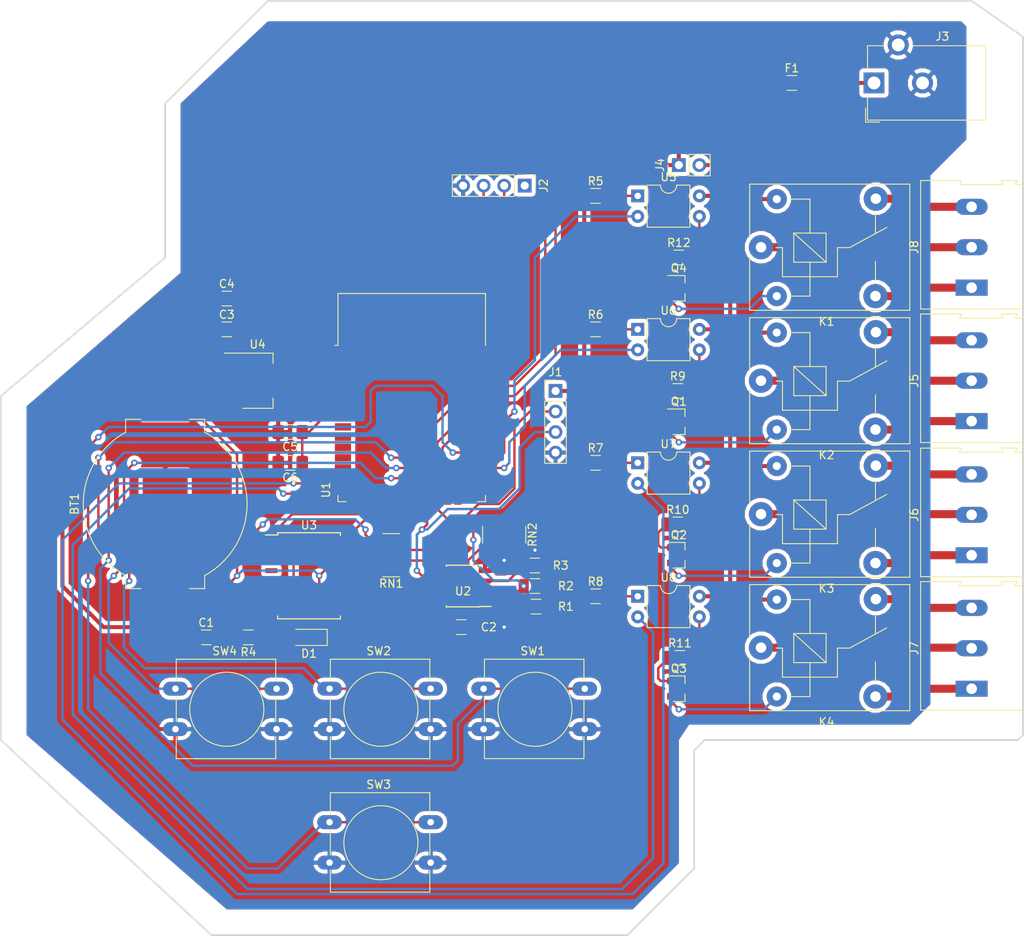
<source format=kicad_pcb>
(kicad_pcb (version 20171130) (host pcbnew 5.0.2+dfsg1-1)
  (layers (0 F.Cu signal) (31 B.Cu signal) (34 B.Paste user) (35 F.Paste user) (36 B.SilkS user) (37 F.SilkS user) (38 B.Mask user) (39 F.Mask user) (44 Edge.Cuts user))
  (net 0 "")
  (net 1 GND)
  (net 2 "Net-(BT1-Pad1)")
  (net 3 +5V)
  (net 4 +3V3)
  (net 5 "Net-(D1-Pad2)")
  (net 6 "Net-(F1-Pad2)")
  (net 7 SDA)
  (net 8 SCL)
  (net 9 "Net-(J2-Pad1)")
  (net 10 RX)
  (net 11 TX)
  (net 12 /JD_VCC)
  (net 13 "Net-(J5-Pad3)")
  (net 14 "Net-(J5-Pad2)")
  (net 15 "Net-(J5-Pad1)")
  (net 16 "Net-(J6-Pad1)")
  (net 17 "Net-(J6-Pad2)")
  (net 18 "Net-(J6-Pad3)")
  (net 19 "Net-(J7-Pad3)")
  (net 20 "Net-(J7-Pad2)")
  (net 21 "Net-(J7-Pad1)")
  (net 22 "Net-(J8-Pad1)")
  (net 23 "Net-(J8-Pad2)")
  (net 24 "Net-(J8-Pad3)")
  (net 25 "Net-(K1-Pad2)")
  (net 26 "Net-(K2-Pad2)")
  (net 27 "Net-(K3-Pad2)")
  (net 28 "Net-(K4-Pad2)")
  (net 29 "Net-(Q1-Pad1)")
  (net 30 "Net-(Q2-Pad1)")
  (net 31 "Net-(Q3-Pad1)")
  (net 32 "Net-(Q4-Pad1)")
  (net 33 "Net-(R1-Pad1)")
  (net 34 "Net-(R2-Pad1)")
  (net 35 "Net-(R3-Pad1)")
  (net 36 "Net-(R5-Pad2)")
  (net 37 "Net-(R6-Pad2)")
  (net 38 "Net-(R7-Pad2)")
  (net 39 "Net-(R8-Pad2)")
  (net 40 "Net-(R9-Pad2)")
  (net 41 "Net-(R10-Pad2)")
  (net 42 "Net-(R11-Pad2)")
  (net 43 "Net-(R12-Pad2)")
  (net 44 "Net-(RN1-Pad5)")
  (net 45 "Net-(RN1-Pad4)")
  (net 46 "Net-(RN2-Pad2)")
  (net 47 SW+)
  (net 48 SWOK)
  (net 49 SWBack)
  (net 50 SW-)
  (net 51 "Net-(U1-Pad3)")
  (net 52 "Net-(U1-Pad4)")
  (net 53 "Net-(U1-Pad5)")
  (net 54 "Net-(U1-Pad6)")
  (net 55 "Net-(U1-Pad7)")
  (net 56 "Net-(U1-Pad8)")
  (net 57 "Net-(U1-Pad9)")
  (net 58 "Net-(U1-Pad10)")
  (net 59 "Net-(U1-Pad11)")
  (net 60 "Net-(U1-Pad12)")
  (net 61 RL_3)
  (net 62 RL_4)
  (net 63 "Net-(U1-Pad16)")
  (net 64 "Net-(U1-Pad17)")
  (net 65 "Net-(U1-Pad18)")
  (net 66 "Net-(U1-Pad19)")
  (net 67 "Net-(U1-Pad20)")
  (net 68 "Net-(U1-Pad23)")
  (net 69 "Net-(U1-Pad24)")
  (net 70 "Net-(U1-Pad25)")
  (net 71 "Net-(U1-Pad26)")
  (net 72 RL_2)
  (net 73 RL_1)
  (net 74 "Net-(U1-Pad32)")
  (net 75 "Net-(U1-Pad36)")
  (net 76 "Net-(U1-Pad37)")
  (net 77 "Net-(U3-Pad4)")
  (module TerminalBlock:TerminalBlock_Altech_AK300-3_P5.00mm (layer F.Cu) (at 187.325 92.71 90)
    (fp_text reference J6 (at 5 -7.1 90) (layer F.SilkS))
    (fp_text value J_RL_3)
    (pad 3 thru_hole oval (at 10 0 90) (size 1.98 3.96) (drill 1.32) (layers *.Cu *.Mask) (net 18 "Net-(J6-Pad3)"))
    (pad 2 thru_hole oval (at 5 0 90) (size 1.98 3.96) (drill 1.32) (layers *.Cu *.Mask) (net 17 "Net-(J6-Pad2)"))
    (pad 1 thru_hole rect (at 0 0 90) (size 1.98 3.96) (drill 1.32) (layers *.Cu *.Mask) (net 16 "Net-(J6-Pad1)"))
  )
  (module TerminalBlock:TerminalBlock_Altech_AK300-3_P5.00mm (layer F.Cu) (at 187.325 76.12 90)
    (fp_text reference J5 (at 5 -7.1 90) (layer F.SilkS))
    (fp_text value J_RL_2)
    (pad 1 thru_hole rect (at 0 0 90) (size 1.98 3.96) (drill 1.32) (layers *.Cu *.Mask) (net 15 "Net-(J5-Pad1)"))
    (pad 2 thru_hole oval (at 5 0 90) (size 1.98 3.96) (drill 1.32) (layers *.Cu *.Mask) (net 14 "Net-(J5-Pad2)"))
    (pad 3 thru_hole oval (at 10 0 90) (size 1.98 3.96) (drill 1.32) (layers *.Cu *.Mask) (net 13 "Net-(J5-Pad3)"))
  )
  (module TerminalBlock:TerminalBlock_Altech_AK300-3_P5.00mm (layer F.Cu) (at 187.325 59.61 90)
    (fp_text reference J8 (at 5 -7.1 90) (layer F.SilkS))
    (fp_text value J_RL_1)
    (pad 3 thru_hole oval (at 10 0 90) (size 1.98 3.96) (drill 1.32) (layers *.Cu *.Mask) (net 24 "Net-(J8-Pad3)"))
    (pad 2 thru_hole oval (at 5 0 90) (size 1.98 3.96) (drill 1.32) (layers *.Cu *.Mask) (net 23 "Net-(J8-Pad2)"))
    (pad 1 thru_hole rect (at 0 0 90) (size 1.98 3.96) (drill 1.32) (layers *.Cu *.Mask) (net 22 "Net-(J8-Pad1)"))
  )
  (module TerminalBlock:TerminalBlock_Altech_AK300-3_P5.00mm (layer F.Cu) (at 187.325 109.22 90)
    (fp_text reference J7 (at 5 -7.1 90) (layer F.SilkS))
    (fp_text value J_RL_4)
    (pad 1 thru_hole rect (at 0 0 90) (size 1.98 3.96) (drill 1.32) (layers *.Cu *.Mask) (net 21 "Net-(J7-Pad1)"))
    (pad 2 thru_hole oval (at 5 0 90) (size 1.98 3.96) (drill 1.32) (layers *.Cu *.Mask) (net 20 "Net-(J7-Pad2)"))
    (pad 3 thru_hole oval (at 10 0 90) (size 1.98 3.96) (drill 1.32) (layers *.Cu *.Mask) (net 19 "Net-(J7-Pad3)"))
  )
  (module Battery:BatteryHolder_MPD_BC2003_1x2032 (layer F.Cu) (at 87.63 86.36 90)
    (fp_text reference BT1 (at 0 -11.2 90) (layer F.SilkS))
    (fp_text value Battery_Cell)
    (pad 2 smd rect (at 0 0 90) (size 8 5.56) (layers F.Cu F.Paste F.Mask) (net 1 GND))
    (pad 1 smd rect (at 11.905 0 90) (size 2.6 5.56) (layers F.Cu F.Paste F.Mask) (net 2 "Net-(BT1-Pad1)"))
    (pad 1 smd rect (at -11.905 0 90) (size 2.6 5.56) (layers F.Cu F.Paste F.Mask) (net 2 "Net-(BT1-Pad1)"))
  )
  (module Capacitor_SMD:C_1206_3216Metric_Pad1.42x1.75mm_HandSolder (layer F.Cu) (at 92.71 102.87)
    (fp_text reference C1 (at 0 -1.82) (layer F.SilkS))
    (fp_text value 100nF)
    (pad 1 smd roundrect (at -1.4875 0) (size 1.425 1.75) (layers F.Cu F.Paste F.Mask) (roundrect_rratio 0.175439) (net 3 +5V))
    (pad 2 smd roundrect (at 1.4875 0) (size 1.425 1.75) (layers F.Cu F.Paste F.Mask) (roundrect_rratio 0.175439) (net 1 GND))
  )
  (module Capacitor_SMD:C_1206_3216Metric_Pad1.42x1.75mm_HandSolder (layer F.Cu) (at 124.2425 101.6)
    (fp_text reference C2 (at 3.3925 0) (layer F.SilkS))
    (fp_text value 100nF)
    (pad 2 smd roundrect (at 1.4875 0) (size 1.425 1.75) (layers F.Cu F.Paste F.Mask) (roundrect_rratio 0.175439) (net 1 GND))
    (pad 1 smd roundrect (at -1.4875 0) (size 1.425 1.75) (layers F.Cu F.Paste F.Mask) (roundrect_rratio 0.175439) (net 3 +5V))
  )
  (module Capacitor_SMD:C_1206_3216Metric_Pad1.42x1.75mm_HandSolder (layer F.Cu) (at 95.25 64.77)
    (fp_text reference C3 (at 0 -1.82) (layer F.SilkS))
    (fp_text value 22nF)
    (pad 2 smd roundrect (at 1.4875 0) (size 1.425 1.75) (layers F.Cu F.Paste F.Mask) (roundrect_rratio 0.175439) (net 1 GND))
    (pad 1 smd roundrect (at -1.4875 0) (size 1.425 1.75) (layers F.Cu F.Paste F.Mask) (roundrect_rratio 0.175439) (net 3 +5V))
  )
  (module Capacitor_SMD:C_1206_3216Metric_Pad1.42x1.75mm_HandSolder (layer F.Cu) (at 95.25 60.96)
    (fp_text reference C4 (at 0 -1.82) (layer F.SilkS))
    (fp_text value 100nF)
    (pad 1 smd roundrect (at -1.4875 0) (size 1.425 1.75) (layers F.Cu F.Paste F.Mask) (roundrect_rratio 0.175439) (net 3 +5V))
    (pad 2 smd roundrect (at 1.4875 0) (size 1.425 1.75) (layers F.Cu F.Paste F.Mask) (roundrect_rratio 0.175439) (net 1 GND))
  )
  (module Capacitor_SMD:C_1206_3216Metric_Pad1.42x1.75mm_HandSolder (layer F.Cu) (at 103.0875 77.47 180)
    (fp_text reference C5 (at 0 -1.82 180) (layer F.SilkS))
    (fp_text value 100nF)
    (pad 2 smd roundrect (at 1.4875 0 180) (size 1.425 1.75) (layers F.Cu F.Paste F.Mask) (roundrect_rratio 0.175439) (net 1 GND))
    (pad 1 smd roundrect (at -1.4875 0 180) (size 1.425 1.75) (layers F.Cu F.Paste F.Mask) (roundrect_rratio 0.175439) (net 4 +3V3))
  )
  (module Capacitor_SMD:C_1206_3216Metric_Pad1.42x1.75mm_HandSolder (layer F.Cu) (at 103.0875 81.28 180)
    (fp_text reference C6 (at 0 -1.82 180) (layer F.SilkS))
    (fp_text value 22nF)
    (pad 1 smd roundrect (at -1.4875 0 180) (size 1.425 1.75) (layers F.Cu F.Paste F.Mask) (roundrect_rratio 0.175439) (net 4 +3V3))
    (pad 2 smd roundrect (at 1.4875 0 180) (size 1.425 1.75) (layers F.Cu F.Paste F.Mask) (roundrect_rratio 0.175439) (net 1 GND))
  )
  (module Diode_SMD:D_SOD-123 (layer F.Cu) (at 105.41 102.87 180)
    (fp_text reference D1 (at 0 -2 180) (layer F.SilkS))
    (fp_text value 1N4148W)
    (pad 1 smd rect (at -1.65 0 180) (size 0.9 1.2) (layers F.Cu F.Paste F.Mask) (net 2 "Net-(BT1-Pad1)"))
    (pad 2 smd rect (at 1.65 0 180) (size 0.9 1.2) (layers F.Cu F.Paste F.Mask) (net 5 "Net-(D1-Pad2)"))
  )
  (module Fuse:Fuse_1206_3216Metric (layer F.Cu) (at 165.1 34.29)
    (fp_text reference F1 (at 0 -1.82) (layer F.SilkS))
    (fp_text value Fuse)
    (pad 1 smd roundrect (at -1.4 0) (size 1.25 1.75) (layers F.Cu F.Paste F.Mask) (roundrect_rratio 0.2) (net 3 +5V))
    (pad 2 smd roundrect (at 1.4 0) (size 1.25 1.75) (layers F.Cu F.Paste F.Mask) (roundrect_rratio 0.2) (net 6 "Net-(F1-Pad2)"))
  )
  (module Connector_PinHeader_2.54mm:PinHeader_1x04_P2.54mm_Vertical (layer F.Cu) (at 135.89 72.39)
    (fp_text reference J1 (at 0 -2.33) (layer F.SilkS))
    (fp_text value Conn_LCD)
    (pad 4 thru_hole oval (at 0 7.62) (size 1.7 1.7) (drill 1) (layers *.Cu *.Mask) (net 1 GND))
    (pad 3 thru_hole oval (at 0 5.08) (size 1.7 1.7) (drill 1) (layers *.Cu *.Mask) (net 7 SDA))
    (pad 2 thru_hole oval (at 0 2.54) (size 1.7 1.7) (drill 1) (layers *.Cu *.Mask) (net 8 SCL))
    (pad 1 thru_hole rect (at 0 0) (size 1.7 1.7) (drill 1) (layers *.Cu *.Mask) (net 3 +5V))
  )
  (module Connector_PinHeader_2.54mm:PinHeader_1x04_P2.54mm_Vertical (layer F.Cu) (at 132.08 46.99 270)
    (fp_text reference J2 (at 0 -2.33 270) (layer F.SilkS))
    (fp_text value Conn_Prog)
    (pad 1 thru_hole rect (at 0 0 270) (size 1.7 1.7) (drill 1) (layers *.Cu *.Mask) (net 9 "Net-(J2-Pad1)"))
    (pad 2 thru_hole oval (at 0 2.54 270) (size 1.7 1.7) (drill 1) (layers *.Cu *.Mask) (net 10 RX))
    (pad 3 thru_hole oval (at 0 5.08 270) (size 1.7 1.7) (drill 1) (layers *.Cu *.Mask) (net 11 TX))
    (pad 4 thru_hole oval (at 0 7.62 270) (size 1.7 1.7) (drill 1) (layers *.Cu *.Mask) (net 1 GND))
  )
  (module Connector_BarrelJack:BarrelJack_CUI_PJ-102AH_Horizontal (layer F.Cu) (at 175.26 34.29 90)
    (fp_text reference J3 (at 5.75 8.45 180) (layer F.SilkS))
    (fp_text value Barrel_Jack_Switch)
    (pad 1 thru_hole rect (at 0 0 90) (size 2.6 2.6) (drill 1.6) (layers *.Cu *.Mask) (net 6 "Net-(F1-Pad2)"))
    (pad 2 thru_hole circle (at 0 6 90) (size 2.6 2.6) (drill 1.6) (layers *.Cu *.Mask) (net 1 GND))
    (pad 3 thru_hole circle (at 4.7 3 90) (size 2.6 2.6) (drill 1.6) (layers *.Cu *.Mask) (net 1 GND))
  )
  (module Connector_PinHeader_2.54mm:PinHeader_1x02_P2.54mm_Vertical (layer F.Cu) (at 151.13 44.45 90)
    (fp_text reference J4 (at 0 -2.33 90) (layer F.SilkS))
    (fp_text value J_JD_VCC)
    (pad 1 thru_hole rect (at 0 0 90) (size 1.7 1.7) (drill 1) (layers *.Cu *.Mask) (net 3 +5V))
    (pad 2 thru_hole oval (at 0 2.54 90) (size 1.7 1.7) (drill 1) (layers *.Cu *.Mask) (net 12 /JD_VCC))
  )
  (module Relay_THT:Relay_SPDT_SANYOU_SRD_Series_Form_C (layer F.Cu) (at 161.29 54.61)
    (fp_text reference K1 (at 8.1 9.2) (layer F.SilkS))
    (fp_text value Relay_1)
    (pad 1 thru_hole circle (at 0 0 90) (size 3 3) (drill 1.3) (layers *.Cu *.Mask) (net 23 "Net-(J8-Pad2)"))
    (pad 5 thru_hole circle (at 1.95 -5.95 90) (size 2.5 2.5) (drill 1) (layers *.Cu *.Mask) (net 12 /JD_VCC))
    (pad 4 thru_hole circle (at 14.2 -6 90) (size 3 3) (drill 1.3) (layers *.Cu *.Mask) (net 24 "Net-(J8-Pad3)"))
    (pad 3 thru_hole circle (at 14.15 6.05 90) (size 3 3) (drill 1.3) (layers *.Cu *.Mask) (net 22 "Net-(J8-Pad1)"))
    (pad 2 thru_hole circle (at 1.95 6.05 90) (size 2.5 2.5) (drill 1) (layers *.Cu *.Mask) (net 25 "Net-(K1-Pad2)"))
  )
  (module Relay_THT:Relay_SPDT_SANYOU_SRD_Series_Form_C (layer F.Cu) (at 161.29 71.12)
    (fp_text reference K2 (at 8.1 9.2) (layer F.SilkS))
    (fp_text value Relay_2)
    (pad 2 thru_hole circle (at 1.95 6.05 90) (size 2.5 2.5) (drill 1) (layers *.Cu *.Mask) (net 26 "Net-(K2-Pad2)"))
    (pad 3 thru_hole circle (at 14.15 6.05 90) (size 3 3) (drill 1.3) (layers *.Cu *.Mask) (net 15 "Net-(J5-Pad1)"))
    (pad 4 thru_hole circle (at 14.2 -6 90) (size 3 3) (drill 1.3) (layers *.Cu *.Mask) (net 13 "Net-(J5-Pad3)"))
    (pad 5 thru_hole circle (at 1.95 -5.95 90) (size 2.5 2.5) (drill 1) (layers *.Cu *.Mask) (net 12 /JD_VCC))
    (pad 1 thru_hole circle (at 0 0 90) (size 3 3) (drill 1.3) (layers *.Cu *.Mask) (net 14 "Net-(J5-Pad2)"))
  )
  (module Relay_THT:Relay_SPDT_SANYOU_SRD_Series_Form_C (layer F.Cu) (at 161.29 87.63)
    (fp_text reference K3 (at 8.1 9.2) (layer F.SilkS))
    (fp_text value Relay_3)
    (pad 1 thru_hole circle (at 0 0 90) (size 3 3) (drill 1.3) (layers *.Cu *.Mask) (net 17 "Net-(J6-Pad2)"))
    (pad 5 thru_hole circle (at 1.95 -5.95 90) (size 2.5 2.5) (drill 1) (layers *.Cu *.Mask) (net 12 /JD_VCC))
    (pad 4 thru_hole circle (at 14.2 -6 90) (size 3 3) (drill 1.3) (layers *.Cu *.Mask) (net 18 "Net-(J6-Pad3)"))
    (pad 3 thru_hole circle (at 14.15 6.05 90) (size 3 3) (drill 1.3) (layers *.Cu *.Mask) (net 16 "Net-(J6-Pad1)"))
    (pad 2 thru_hole circle (at 1.95 6.05 90) (size 2.5 2.5) (drill 1) (layers *.Cu *.Mask) (net 27 "Net-(K3-Pad2)"))
  )
  (module Relay_THT:Relay_SPDT_SANYOU_SRD_Series_Form_C (layer F.Cu) (at 161.29 104.14)
    (fp_text reference K4 (at 8.1 9.2) (layer F.SilkS))
    (fp_text value Relay_4)
    (pad 2 thru_hole circle (at 1.95 6.05 90) (size 2.5 2.5) (drill 1) (layers *.Cu *.Mask) (net 28 "Net-(K4-Pad2)"))
    (pad 3 thru_hole circle (at 14.15 6.05 90) (size 3 3) (drill 1.3) (layers *.Cu *.Mask) (net 21 "Net-(J7-Pad1)"))
    (pad 4 thru_hole circle (at 14.2 -6 90) (size 3 3) (drill 1.3) (layers *.Cu *.Mask) (net 19 "Net-(J7-Pad3)"))
    (pad 5 thru_hole circle (at 1.95 -5.95 90) (size 2.5 2.5) (drill 1) (layers *.Cu *.Mask) (net 12 /JD_VCC))
    (pad 1 thru_hole circle (at 0 0 90) (size 3 3) (drill 1.3) (layers *.Cu *.Mask) (net 20 "Net-(J7-Pad2)"))
  )
  (module Package_TO_SOT_SMD:SOT-23 (layer F.Cu) (at 151.13 76.2)
    (fp_text reference Q1 (at 0 -2.5) (layer F.SilkS))
    (fp_text value Q_Relay_2)
    (pad 1 smd rect (at -1 -0.95) (size 0.9 0.8) (layers F.Cu F.Paste F.Mask) (net 29 "Net-(Q1-Pad1)"))
    (pad 2 smd rect (at -1 0.95) (size 0.9 0.8) (layers F.Cu F.Paste F.Mask) (net 26 "Net-(K2-Pad2)"))
    (pad 3 smd rect (at 1 0) (size 0.9 0.8) (layers F.Cu F.Paste F.Mask) (net 1 GND))
  )
  (module Package_TO_SOT_SMD:SOT-23 (layer F.Cu) (at 151.13 92.71)
    (fp_text reference Q2 (at 0 -2.5) (layer F.SilkS))
    (fp_text value Q_Relay_3)
    (pad 3 smd rect (at 1 0) (size 0.9 0.8) (layers F.Cu F.Paste F.Mask) (net 1 GND))
    (pad 2 smd rect (at -1 0.95) (size 0.9 0.8) (layers F.Cu F.Paste F.Mask) (net 27 "Net-(K3-Pad2)"))
    (pad 1 smd rect (at -1 -0.95) (size 0.9 0.8) (layers F.Cu F.Paste F.Mask) (net 30 "Net-(Q2-Pad1)"))
  )
  (module Package_TO_SOT_SMD:SOT-23 (layer F.Cu) (at 151.13 109.22)
    (fp_text reference Q3 (at 0 -2.5) (layer F.SilkS))
    (fp_text value Q_Relay_4)
    (pad 1 smd rect (at -1 -0.95) (size 0.9 0.8) (layers F.Cu F.Paste F.Mask) (net 31 "Net-(Q3-Pad1)"))
    (pad 2 smd rect (at -1 0.95) (size 0.9 0.8) (layers F.Cu F.Paste F.Mask) (net 28 "Net-(K4-Pad2)"))
    (pad 3 smd rect (at 1 0) (size 0.9 0.8) (layers F.Cu F.Paste F.Mask) (net 1 GND))
  )
  (module Package_TO_SOT_SMD:SOT-23 (layer F.Cu) (at 151.13 59.69)
    (fp_text reference Q4 (at 0 -2.5) (layer F.SilkS))
    (fp_text value Q_Relay_1)
    (pad 3 smd rect (at 1 0) (size 0.9 0.8) (layers F.Cu F.Paste F.Mask) (net 1 GND))
    (pad 2 smd rect (at -1 0.95) (size 0.9 0.8) (layers F.Cu F.Paste F.Mask) (net 25 "Net-(K1-Pad2)"))
    (pad 1 smd rect (at -1 -0.95) (size 0.9 0.8) (layers F.Cu F.Paste F.Mask) (net 32 "Net-(Q4-Pad1)"))
  )
  (module Resistor_SMD:R_1206_3216Metric (layer F.Cu) (at 133.48 99.06)
    (fp_text reference R1 (at 3.68 0) (layer F.SilkS))
    (fp_text value Jumper)
    (pad 2 smd roundrect (at 1.4 0) (size 1.25 1.75) (layers F.Cu F.Paste F.Mask) (roundrect_rratio 0.2) (net 1 GND))
    (pad 1 smd roundrect (at -1.4 0) (size 1.25 1.75) (layers F.Cu F.Paste F.Mask) (roundrect_rratio 0.2) (net 33 "Net-(R1-Pad1)"))
  )
  (module Resistor_SMD:R_1206_3216Metric (layer F.Cu) (at 133.35 96.52)
    (fp_text reference R2 (at 3.81 0) (layer F.SilkS))
    (fp_text value Jumper)
    (pad 1 smd roundrect (at -1.4 0) (size 1.25 1.75) (layers F.Cu F.Paste F.Mask) (roundrect_rratio 0.2) (net 34 "Net-(R2-Pad1)"))
    (pad 2 smd roundrect (at 1.4 0) (size 1.25 1.75) (layers F.Cu F.Paste F.Mask) (roundrect_rratio 0.2) (net 1 GND))
  )
  (module Resistor_SMD:R_1206_3216Metric (layer F.Cu) (at 133.35 93.98)
    (fp_text reference R3 (at 3.175 0) (layer F.SilkS))
    (fp_text value Jumper)
    (pad 2 smd roundrect (at 1.4 0) (size 1.25 1.75) (layers F.Cu F.Paste F.Mask) (roundrect_rratio 0.2) (net 1 GND))
    (pad 1 smd roundrect (at -1.4 0) (size 1.25 1.75) (layers F.Cu F.Paste F.Mask) (roundrect_rratio 0.2) (net 35 "Net-(R3-Pad1)"))
  )
  (module Resistor_SMD:R_1206_3216Metric (layer F.Cu) (at 97.92 102.87 180)
    (fp_text reference R4 (at 0 -1.82 180) (layer F.SilkS))
    (fp_text value 200)
    (pad 2 smd roundrect (at 1.4 0 180) (size 1.25 1.75) (layers F.Cu F.Paste F.Mask) (roundrect_rratio 0.2) (net 3 +5V))
    (pad 1 smd roundrect (at -1.4 0 180) (size 1.25 1.75) (layers F.Cu F.Paste F.Mask) (roundrect_rratio 0.2) (net 5 "Net-(D1-Pad2)"))
  )
  (module Resistor_SMD:R_1206_3216Metric (layer F.Cu) (at 140.84 48.26)
    (fp_text reference R5 (at 0 -1.82) (layer F.SilkS))
    (fp_text value 1K)
    (pad 2 smd roundrect (at 1.4 0) (size 1.25 1.75) (layers F.Cu F.Paste F.Mask) (roundrect_rratio 0.2) (net 36 "Net-(R5-Pad2)"))
    (pad 1 smd roundrect (at -1.4 0) (size 1.25 1.75) (layers F.Cu F.Paste F.Mask) (roundrect_rratio 0.2) (net 3 +5V))
  )
  (module Resistor_SMD:R_1206_3216Metric (layer F.Cu) (at 140.84 64.77)
    (fp_text reference R6 (at 0 -1.82) (layer F.SilkS))
    (fp_text value 1K)
    (pad 1 smd roundrect (at -1.4 0) (size 1.25 1.75) (layers F.Cu F.Paste F.Mask) (roundrect_rratio 0.2) (net 3 +5V))
    (pad 2 smd roundrect (at 1.4 0) (size 1.25 1.75) (layers F.Cu F.Paste F.Mask) (roundrect_rratio 0.2) (net 37 "Net-(R6-Pad2)"))
  )
  (module Resistor_SMD:R_1206_3216Metric (layer F.Cu) (at 140.84 81.28)
    (fp_text reference R7 (at 0 -1.82) (layer F.SilkS))
    (fp_text value 1K)
    (pad 1 smd roundrect (at -1.4 0) (size 1.25 1.75) (layers F.Cu F.Paste F.Mask) (roundrect_rratio 0.2) (net 3 +5V))
    (pad 2 smd roundrect (at 1.4 0) (size 1.25 1.75) (layers F.Cu F.Paste F.Mask) (roundrect_rratio 0.2) (net 38 "Net-(R7-Pad2)"))
  )
  (module Resistor_SMD:R_1206_3216Metric (layer F.Cu) (at 140.84 97.79)
    (fp_text reference R8 (at 0 -1.82) (layer F.SilkS))
    (fp_text value 1K)
    (pad 2 smd roundrect (at 1.4 0) (size 1.25 1.75) (layers F.Cu F.Paste F.Mask) (roundrect_rratio 0.2) (net 39 "Net-(R8-Pad2)"))
    (pad 1 smd roundrect (at -1.4 0) (size 1.25 1.75) (layers F.Cu F.Paste F.Mask) (roundrect_rratio 0.2) (net 3 +5V))
  )
  (module Resistor_SMD:R_1206_3216Metric (layer F.Cu) (at 151 72.39)
    (fp_text reference R9 (at 0 -1.82) (layer F.SilkS))
    (fp_text value 510)
    (pad 1 smd roundrect (at -1.4 0) (size 1.25 1.75) (layers F.Cu F.Paste F.Mask) (roundrect_rratio 0.2) (net 29 "Net-(Q1-Pad1)"))
    (pad 2 smd roundrect (at 1.4 0) (size 1.25 1.75) (layers F.Cu F.Paste F.Mask) (roundrect_rratio 0.2) (net 40 "Net-(R9-Pad2)"))
  )
  (module Resistor_SMD:R_1206_3216Metric (layer F.Cu) (at 151 88.9)
    (fp_text reference R10 (at 0 -1.82) (layer F.SilkS))
    (fp_text value 510)
    (pad 1 smd roundrect (at -1.4 0) (size 1.25 1.75) (layers F.Cu F.Paste F.Mask) (roundrect_rratio 0.2) (net 30 "Net-(Q2-Pad1)"))
    (pad 2 smd roundrect (at 1.4 0) (size 1.25 1.75) (layers F.Cu F.Paste F.Mask) (roundrect_rratio 0.2) (net 41 "Net-(R10-Pad2)"))
  )
  (module Resistor_SMD:R_1206_3216Metric (layer F.Cu) (at 151.26 105.41)
    (fp_text reference R11 (at 0 -1.82) (layer F.SilkS))
    (fp_text value 510)
    (pad 2 smd roundrect (at 1.4 0) (size 1.25 1.75) (layers F.Cu F.Paste F.Mask) (roundrect_rratio 0.2) (net 42 "Net-(R11-Pad2)"))
    (pad 1 smd roundrect (at -1.4 0) (size 1.25 1.75) (layers F.Cu F.Paste F.Mask) (roundrect_rratio 0.2) (net 31 "Net-(Q3-Pad1)"))
  )
  (module Resistor_SMD:R_1206_3216Metric (layer F.Cu) (at 151.13 55.88)
    (fp_text reference R12 (at 0 -1.82) (layer F.SilkS))
    (fp_text value 510)
    (pad 1 smd roundrect (at -1.4 0) (size 1.25 1.75) (layers F.Cu F.Paste F.Mask) (roundrect_rratio 0.2) (net 32 "Net-(Q4-Pad1)"))
    (pad 2 smd roundrect (at 1.4 0) (size 1.25 1.75) (layers F.Cu F.Paste F.Mask) (roundrect_rratio 0.2) (net 43 "Net-(R12-Pad2)"))
  )
  (module Resistor_SMD:R_Array_Convex_4x1206 (layer F.Cu) (at 115.57 92.71 180)
    (fp_text reference RN1 (at 0 -3.5 180) (layer F.SilkS))
    (fp_text value 4x4.7K)
    (pad 6 smd rect (at 1.5 0.66 180) (size 0.9 0.9) (layers F.Cu F.Paste F.Mask))
    (pad 5 smd rect (at 1.5 2 180) (size 0.9 0.9) (layers F.Cu F.Paste F.Mask) (net 44 "Net-(RN1-Pad5)"))
    (pad 8 smd rect (at 1.5 -2 180) (size 0.9 0.9) (layers F.Cu F.Paste F.Mask))
    (pad 7 smd rect (at 1.5 -0.66 180) (size 0.9 0.9) (layers F.Cu F.Paste F.Mask))
    (pad 3 smd rect (at -1.5 0.66 180) (size 0.9 0.9) (layers F.Cu F.Paste F.Mask) (net 8 SCL))
    (pad 2 smd rect (at -1.5 -0.66 180) (size 0.9 0.9) (layers F.Cu F.Paste F.Mask) (net 7 SDA))
    (pad 4 smd rect (at -1.5 2 180) (size 0.9 0.9) (layers F.Cu F.Paste F.Mask) (net 45 "Net-(RN1-Pad4)"))
    (pad 1 smd rect (at -1.5 -2 180) (size 0.9 0.9) (layers F.Cu F.Paste F.Mask) (net 3 +5V))
  )
  (module Resistor_SMD:R_Array_Convex_4x1206 (layer F.Cu) (at 129.54 90.17 270)
    (fp_text reference RN2 (at 0 -3.5 270) (layer F.SilkS))
    (fp_text value 4x4.7K)
    (pad 1 smd rect (at -1.5 -2 270) (size 0.9 0.9) (layers F.Cu F.Paste F.Mask) (net 3 +5V))
    (pad 4 smd rect (at -1.5 2 270) (size 0.9 0.9) (layers F.Cu F.Paste F.Mask) (net 34 "Net-(R2-Pad1)"))
    (pad 2 smd rect (at -1.5 -0.66 270) (size 0.9 0.9) (layers F.Cu F.Paste F.Mask) (net 46 "Net-(RN2-Pad2)"))
    (pad 3 smd rect (at -1.5 0.66 270) (size 0.9 0.9) (layers F.Cu F.Paste F.Mask) (net 33 "Net-(R1-Pad1)"))
    (pad 7 smd rect (at 1.5 -0.66 270) (size 0.9 0.9) (layers F.Cu F.Paste F.Mask))
    (pad 8 smd rect (at 1.5 -2 270) (size 0.9 0.9) (layers F.Cu F.Paste F.Mask))
    (pad 5 smd rect (at 1.5 2 270) (size 0.9 0.9) (layers F.Cu F.Paste F.Mask) (net 35 "Net-(R3-Pad1)"))
    (pad 6 smd rect (at 1.5 0.66 270) (size 0.9 0.9) (layers F.Cu F.Paste F.Mask))
  )
  (module Button_Switch_THT:SW_PUSH-12mm (layer F.Cu) (at 127 109.22)
    (fp_text reference SW1 (at 6.08 -4.66) (layer F.SilkS))
    (fp_text value +)
    (pad 2 thru_hole oval (at 0 5) (size 3.048 1.7272) (drill 0.8128) (layers *.Cu *.Mask) (net 1 GND))
    (pad 1 thru_hole oval (at 0 0) (size 3.048 1.7272) (drill 0.8128) (layers *.Cu *.Mask) (net 47 SW+))
    (pad 2 thru_hole oval (at 12.5 5) (size 3.048 1.7272) (drill 0.8128) (layers *.Cu *.Mask) (net 1 GND))
    (pad 1 thru_hole oval (at 12.5 0) (size 3.048 1.7272) (drill 0.8128) (layers *.Cu *.Mask) (net 47 SW+))
  )
  (module Button_Switch_THT:SW_PUSH-12mm (layer F.Cu) (at 107.95 109.22)
    (fp_text reference SW2 (at 6.08 -4.66) (layer F.SilkS))
    (fp_text value OK)
    (pad 1 thru_hole oval (at 12.5 0) (size 3.048 1.7272) (drill 0.8128) (layers *.Cu *.Mask) (net 48 SWOK))
    (pad 2 thru_hole oval (at 12.5 5) (size 3.048 1.7272) (drill 0.8128) (layers *.Cu *.Mask) (net 1 GND))
    (pad 1 thru_hole oval (at 0 0) (size 3.048 1.7272) (drill 0.8128) (layers *.Cu *.Mask) (net 48 SWOK))
    (pad 2 thru_hole oval (at 0 5) (size 3.048 1.7272) (drill 0.8128) (layers *.Cu *.Mask) (net 1 GND))
  )
  (module Button_Switch_THT:SW_PUSH-12mm (layer F.Cu) (at 107.95 125.73)
    (fp_text reference SW3 (at 6.08 -4.66) (layer F.SilkS))
    (fp_text value Back)
    (pad 1 thru_hole oval (at 12.5 0) (size 3.048 1.7272) (drill 0.8128) (layers *.Cu *.Mask) (net 49 SWBack))
    (pad 2 thru_hole oval (at 12.5 5) (size 3.048 1.7272) (drill 0.8128) (layers *.Cu *.Mask) (net 1 GND))
    (pad 1 thru_hole oval (at 0 0) (size 3.048 1.7272) (drill 0.8128) (layers *.Cu *.Mask) (net 49 SWBack))
    (pad 2 thru_hole oval (at 0 5) (size 3.048 1.7272) (drill 0.8128) (layers *.Cu *.Mask) (net 1 GND))
  )
  (module Button_Switch_THT:SW_PUSH-12mm (layer F.Cu) (at 88.9 109.22)
    (fp_text reference SW4 (at 6.08 -4.66) (layer F.SilkS))
    (fp_text value -)
    (pad 2 thru_hole oval (at 0 5) (size 3.048 1.7272) (drill 0.8128) (layers *.Cu *.Mask) (net 1 GND))
    (pad 1 thru_hole oval (at 0 0) (size 3.048 1.7272) (drill 0.8128) (layers *.Cu *.Mask) (net 50 SW-))
    (pad 2 thru_hole oval (at 12.5 5) (size 3.048 1.7272) (drill 0.8128) (layers *.Cu *.Mask) (net 1 GND))
    (pad 1 thru_hole oval (at 12.5 0) (size 3.048 1.7272) (drill 0.8128) (layers *.Cu *.Mask) (net 50 SW-))
  )
  (module RF_Module:ESP32-WROOM-32 (layer F.Cu) (at 118.11 76.2)
    (fp_text reference U1 (at -10.61 8.43 90) (layer F.SilkS))
    (fp_text value ESP32-WROOM-32)
    (pad 39 smd rect (at -1 -0.755) (size 5 5) (layers F.Cu F.Paste F.Mask))
    (pad 1 smd rect (at -8.5 -8.255) (size 2 0.9) (layers F.Cu F.Paste F.Mask) (net 1 GND))
    (pad 2 smd rect (at -8.5 -6.985) (size 2 0.9) (layers F.Cu F.Paste F.Mask) (net 4 +3V3))
    (pad 3 smd rect (at -8.5 -5.715) (size 2 0.9) (layers F.Cu F.Paste F.Mask) (net 51 "Net-(U1-Pad3)"))
    (pad 4 smd rect (at -8.5 -4.445) (size 2 0.9) (layers F.Cu F.Paste F.Mask) (net 52 "Net-(U1-Pad4)"))
    (pad 5 smd rect (at -8.5 -3.175) (size 2 0.9) (layers F.Cu F.Paste F.Mask) (net 53 "Net-(U1-Pad5)"))
    (pad 6 smd rect (at -8.5 -1.905) (size 2 0.9) (layers F.Cu F.Paste F.Mask) (net 54 "Net-(U1-Pad6)"))
    (pad 7 smd rect (at -8.5 -0.635) (size 2 0.9) (layers F.Cu F.Paste F.Mask) (net 55 "Net-(U1-Pad7)"))
    (pad 8 smd rect (at -8.5 0.635) (size 2 0.9) (layers F.Cu F.Paste F.Mask) (net 56 "Net-(U1-Pad8)"))
    (pad 9 smd rect (at -8.5 1.905) (size 2 0.9) (layers F.Cu F.Paste F.Mask) (net 57 "Net-(U1-Pad9)"))
    (pad 10 smd rect (at -8.5 3.175) (size 2 0.9) (layers F.Cu F.Paste F.Mask) (net 58 "Net-(U1-Pad10)"))
    (pad 11 smd rect (at -8.5 4.445) (size 2 0.9) (layers F.Cu F.Paste F.Mask) (net 59 "Net-(U1-Pad11)"))
    (pad 12 smd rect (at -8.5 5.715) (size 2 0.9) (layers F.Cu F.Paste F.Mask) (net 60 "Net-(U1-Pad12)"))
    (pad 13 smd rect (at -8.5 6.985) (size 2 0.9) (layers F.Cu F.Paste F.Mask) (net 61 RL_3))
    (pad 14 smd rect (at -8.5 8.255) (size 2 0.9) (layers F.Cu F.Paste F.Mask) (net 62 RL_4))
    (pad 15 smd rect (at -5.715 9.255 90) (size 2 0.9) (layers F.Cu F.Paste F.Mask) (net 1 GND))
    (pad 16 smd rect (at -4.445 9.255 90) (size 2 0.9) (layers F.Cu F.Paste F.Mask) (net 63 "Net-(U1-Pad16)"))
    (pad 17 smd rect (at -3.175 9.255 90) (size 2 0.9) (layers F.Cu F.Paste F.Mask) (net 64 "Net-(U1-Pad17)"))
    (pad 18 smd rect (at -1.905 9.255 90) (size 2 0.9) (layers F.Cu F.Paste F.Mask) (net 65 "Net-(U1-Pad18)"))
    (pad 19 smd rect (at -0.635 9.255 90) (size 2 0.9) (layers F.Cu F.Paste F.Mask) (net 66 "Net-(U1-Pad19)"))
    (pad 20 smd rect (at 0.635 9.255 90) (size 2 0.9) (layers F.Cu F.Paste F.Mask) (net 67 "Net-(U1-Pad20)"))
    (pad 21 smd rect (at 1.905 9.255 90) (size 2 0.9) (layers F.Cu F.Paste F.Mask) (net 7 SDA))
    (pad 22 smd rect (at 3.175 9.255 90) (size 2 0.9) (layers F.Cu F.Paste F.Mask) (net 8 SCL))
    (pad 23 smd rect (at 4.445 9.255 90) (size 2 0.9) (layers F.Cu F.Paste F.Mask) (net 68 "Net-(U1-Pad23)"))
    (pad 24 smd rect (at 5.715 9.255 90) (size 2 0.9) (layers F.Cu F.Paste F.Mask) (net 69 "Net-(U1-Pad24)"))
    (pad 25 smd rect (at 8.5 8.255) (size 2 0.9) (layers F.Cu F.Paste F.Mask) (net 70 "Net-(U1-Pad25)"))
    (pad 26 smd rect (at 8.5 6.985) (size 2 0.9) (layers F.Cu F.Paste F.Mask) (net 71 "Net-(U1-Pad26)"))
    (pad 27 smd rect (at 8.5 5.715) (size 2 0.9) (layers F.Cu F.Paste F.Mask) (net 72 RL_2))
    (pad 28 smd rect (at 8.5 4.445) (size 2 0.9) (layers F.Cu F.Paste F.Mask) (net 73 RL_1))
    (pad 29 smd rect (at 8.5 3.175) (size 2 0.9) (layers F.Cu F.Paste F.Mask) (net 49 SWBack))
    (pad 30 smd rect (at 8.5 1.905) (size 2 0.9) (layers F.Cu F.Paste F.Mask) (net 48 SWOK))
    (pad 31 smd rect (at 8.5 0.635) (size 2 0.9) (layers F.Cu F.Paste F.Mask) (net 50 SW-))
    (pad 32 smd rect (at 8.5 -0.635) (size 2 0.9) (layers F.Cu F.Paste F.Mask) (net 74 "Net-(U1-Pad32)"))
    (pad 33 smd rect (at 8.5 -1.905) (size 2 0.9) (layers F.Cu F.Paste F.Mask) (net 47 SW+))
    (pad 34 smd rect (at 8.5 -3.175) (size 2 0.9) (layers F.Cu F.Paste F.Mask) (net 10 RX))
    (pad 35 smd rect (at 8.5 -4.445) (size 2 0.9) (layers F.Cu F.Paste F.Mask) (net 11 TX))
    (pad 36 smd rect (at 8.5 -5.715) (size 2 0.9) (layers F.Cu F.Paste F.Mask) (net 75 "Net-(U1-Pad36)"))
    (pad 37 smd rect (at 8.5 -6.985) (size 2 0.9) (layers F.Cu F.Paste F.Mask) (net 76 "Net-(U1-Pad37)"))
    (pad 38 smd rect (at 8.5 -8.255) (size 2 0.9) (layers F.Cu F.Paste F.Mask) (net 1 GND))
  )
  (module Package_SO:SOIC-8_3.9x4.9mm_P1.27mm (layer F.Cu) (at 124.46 96.52 180)
    (fp_text reference U2 (at 0 -0.635 180) (layer F.SilkS))
    (fp_text value AT24CS32-SSHM)
    (pad 1 smd rect (at -2.7 -1.905 180) (size 1.55 0.6) (layers F.Cu F.Paste F.Mask) (net 33 "Net-(R1-Pad1)"))
    (pad 2 smd rect (at -2.7 -0.635 180) (size 1.55 0.6) (layers F.Cu F.Paste F.Mask) (net 34 "Net-(R2-Pad1)"))
    (pad 3 smd rect (at -2.7 0.635 180) (size 1.55 0.6) (layers F.Cu F.Paste F.Mask) (net 35 "Net-(R3-Pad1)"))
    (pad 4 smd rect (at -2.7 1.905 180) (size 1.55 0.6) (layers F.Cu F.Paste F.Mask) (net 1 GND))
    (pad 5 smd rect (at 2.7 1.905 180) (size 1.55 0.6) (layers F.Cu F.Paste F.Mask) (net 7 SDA))
    (pad 6 smd rect (at 2.7 0.635 180) (size 1.55 0.6) (layers F.Cu F.Paste F.Mask) (net 8 SCL))
    (pad 7 smd rect (at 2.7 -0.635 180) (size 1.55 0.6) (layers F.Cu F.Paste F.Mask) (net 1 GND))
    (pad 8 smd rect (at 2.7 -1.905 180) (size 1.55 0.6) (layers F.Cu F.Paste F.Mask) (net 3 +5V))
  )
  (module Package_SO:SOIC-16W_7.5x10.3mm_P1.27mm (layer F.Cu) (at 105.41 95.25)
    (fp_text reference U3 (at 0 -6.25) (layer F.SilkS))
    (fp_text value DS3231M)
    (pad 1 smd rect (at -4.65 -4.445) (size 1.5 0.6) (layers F.Cu F.Paste F.Mask) (net 45 "Net-(RN1-Pad4)"))
    (pad 2 smd rect (at -4.65 -3.175) (size 1.5 0.6) (layers F.Cu F.Paste F.Mask) (net 3 +5V))
    (pad 3 smd rect (at -4.65 -1.905) (size 1.5 0.6) (layers F.Cu F.Paste F.Mask) (net 44 "Net-(RN1-Pad5)"))
    (pad 4 smd rect (at -4.65 -0.635) (size 1.5 0.6) (layers F.Cu F.Paste F.Mask) (net 77 "Net-(U3-Pad4)"))
    (pad 5 smd rect (at -4.65 0.635) (size 1.5 0.6) (layers F.Cu F.Paste F.Mask) (net 1 GND))
    (pad 6 smd rect (at -4.65 1.905) (size 1.5 0.6) (layers F.Cu F.Paste F.Mask) (net 1 GND))
    (pad 7 smd rect (at -4.65 3.175) (size 1.5 0.6) (layers F.Cu F.Paste F.Mask) (net 1 GND))
    (pad 8 smd rect (at -4.65 4.445) (size 1.5 0.6) (layers F.Cu F.Paste F.Mask) (net 1 GND))
    (pad 9 smd rect (at 4.65 4.445) (size 1.5 0.6) (layers F.Cu F.Paste F.Mask) (net 1 GND))
    (pad 10 smd rect (at 4.65 3.175) (size 1.5 0.6) (layers F.Cu F.Paste F.Mask) (net 1 GND))
    (pad 11 smd rect (at 4.65 1.905) (size 1.5 0.6) (layers F.Cu F.Paste F.Mask) (net 1 GND))
    (pad 12 smd rect (at 4.65 0.635) (size 1.5 0.6) (layers F.Cu F.Paste F.Mask) (net 1 GND))
    (pad 13 smd rect (at 4.65 -0.635) (size 1.5 0.6) (layers F.Cu F.Paste F.Mask) (net 1 GND))
    (pad 14 smd rect (at 4.65 -1.905) (size 1.5 0.6) (layers F.Cu F.Paste F.Mask) (net 2 "Net-(BT1-Pad1)"))
    (pad 15 smd rect (at 4.65 -3.175) (size 1.5 0.6) (layers F.Cu F.Paste F.Mask) (net 7 SDA))
    (pad 16 smd rect (at 4.65 -4.445) (size 1.5 0.6) (layers F.Cu F.Paste F.Mask) (net 8 SCL))
  )
  (module Package_TO_SOT_SMD:SOT-223-3_TabPin2 (layer F.Cu) (at 99.06 71.12)
    (fp_text reference U4 (at 0 -4.5) (layer F.SilkS))
    (fp_text value AMS1117-3.3)
    (pad 2 smd rect (at 3.15 0) (size 2 3.8) (layers F.Cu F.Paste F.Mask) (net 4 +3V3))
    (pad 2 smd rect (at -3.15 0) (size 2 1.5) (layers F.Cu F.Paste F.Mask) (net 4 +3V3))
    (pad 3 smd rect (at -3.15 2.3) (size 2 1.5) (layers F.Cu F.Paste F.Mask) (net 3 +5V))
    (pad 1 smd rect (at -3.15 -2.3) (size 2 1.5) (layers F.Cu F.Paste F.Mask) (net 1 GND))
  )
  (module Package_DIP:DIP-4_W7.62mm (layer F.Cu) (at 146.05 48.26)
    (fp_text reference U5 (at 3.81 -2.33) (layer F.SilkS))
    (fp_text value PC817_1)
    (pad 1 thru_hole rect (at 0 0) (size 1.6 1.6) (drill 0.8) (layers *.Cu *.Mask) (net 36 "Net-(R5-Pad2)"))
    (pad 3 thru_hole oval (at 7.62 2.54) (size 1.6 1.6) (drill 0.8) (layers *.Cu *.Mask) (net 43 "Net-(R12-Pad2)"))
    (pad 2 thru_hole oval (at 0 2.54) (size 1.6 1.6) (drill 0.8) (layers *.Cu *.Mask) (net 73 RL_1))
    (pad 4 thru_hole oval (at 7.62 0) (size 1.6 1.6) (drill 0.8) (layers *.Cu *.Mask) (net 12 /JD_VCC))
  )
  (module Package_DIP:DIP-4_W7.62mm (layer F.Cu) (at 146.05 64.77)
    (fp_text reference U6 (at 3.81 -2.33) (layer F.SilkS))
    (fp_text value PC817_2)
    (pad 4 thru_hole oval (at 7.62 0) (size 1.6 1.6) (drill 0.8) (layers *.Cu *.Mask) (net 12 /JD_VCC))
    (pad 2 thru_hole oval (at 0 2.54) (size 1.6 1.6) (drill 0.8) (layers *.Cu *.Mask) (net 72 RL_2))
    (pad 3 thru_hole oval (at 7.62 2.54) (size 1.6 1.6) (drill 0.8) (layers *.Cu *.Mask) (net 40 "Net-(R9-Pad2)"))
    (pad 1 thru_hole rect (at 0 0) (size 1.6 1.6) (drill 0.8) (layers *.Cu *.Mask) (net 37 "Net-(R6-Pad2)"))
  )
  (module Package_DIP:DIP-4_W7.62mm (layer F.Cu) (at 146.05 81.28)
    (fp_text reference U7 (at 3.81 -2.33) (layer F.SilkS))
    (fp_text value PC817_3)
    (pad 1 thru_hole rect (at 0 0) (size 1.6 1.6) (drill 0.8) (layers *.Cu *.Mask) (net 38 "Net-(R7-Pad2)"))
    (pad 3 thru_hole oval (at 7.62 2.54) (size 1.6 1.6) (drill 0.8) (layers *.Cu *.Mask) (net 41 "Net-(R10-Pad2)"))
    (pad 2 thru_hole oval (at 0 2.54) (size 1.6 1.6) (drill 0.8) (layers *.Cu *.Mask) (net 61 RL_3))
    (pad 4 thru_hole oval (at 7.62 0) (size 1.6 1.6) (drill 0.8) (layers *.Cu *.Mask) (net 12 /JD_VCC))
  )
  (module Package_DIP:DIP-4_W7.62mm (layer F.Cu) (at 146.05 97.79)
    (fp_text reference U8 (at 3.81 -2.33) (layer F.SilkS))
    (fp_text value PC817_4)
    (pad 4 thru_hole oval (at 7.62 0) (size 1.6 1.6) (drill 0.8) (layers *.Cu *.Mask) (net 12 /JD_VCC))
    (pad 2 thru_hole oval (at 0 2.54) (size 1.6 1.6) (drill 0.8) (layers *.Cu *.Mask) (net 62 RL_4))
    (pad 3 thru_hole oval (at 7.62 2.54) (size 1.6 1.6) (drill 0.8) (layers *.Cu *.Mask) (net 42 "Net-(R11-Pad2)"))
    (pad 1 thru_hole rect (at 0 0) (size 1.6 1.6) (drill 0.8) (layers *.Cu *.Mask) (net 39 "Net-(R8-Pad2)"))
  )
  (gr_text "By Squanix ; Version 1.0" (at 108.585 44.831) (layer F.Cu) (effects (font (size 1.5 1.5) (thickness 0.3))))
  (gr_text GatiHLC (at 106.68 41.91) (layer F.Cu) (effects (font (size 3 3) (thickness 0.6))))
  (gr_line (start 193.04 115.57) (end 193.675 114.935) (layer Edge.Cuts) (width 0.2))
  (gr_line (start 188.595 115.57) (end 193.04 115.57) (layer Edge.Cuts) (width 0.2))
  (gr_line (start 187.325 24.13) (end 193.675 28.575) (layer Edge.Cuts) (width 0.2))
  (gr_line (start 93.345 139.7) (end 95.25 139.7) (layer Edge.Cuts) (width 0.2))
  (gr_line (start 67.31 115.57) (end 93.345 139.7) (layer Edge.Cuts) (width 0.2))
  (gr_line (start 67.31 73.025) (end 67.31 115.57) (layer Edge.Cuts) (width 0.2))
  (gr_line (start 87.63 55.88) (end 67.31 73.025) (layer Edge.Cuts) (width 0.2))
  (gr_line (start 87.63 36.83) (end 87.63 55.88) (layer Edge.Cuts) (width 0.2))
  (gr_line (start 100.33 24.13) (end 87.63 36.83) (layer Edge.Cuts) (width 0.2))
  (gr_line (start 187.325 24.13) (end 100.33 24.13) (layer Edge.Cuts) (width 0.2))
  (gr_line (start 193.675 114.935) (end 193.675 28.575) (layer Edge.Cuts) (width 0.2))
  (gr_line (start 154.305 115.57) (end 188.595 115.57) (layer Edge.Cuts) (width 0.2))
  (gr_line (start 153.035 116.84) (end 154.305 115.57) (layer Edge.Cuts) (width 0.2))
  (gr_line (start 153.035 131.445) (end 153.035 116.84) (layer Edge.Cuts) (width 0.2))
  (gr_line (start 144.78 139.7) (end 153.035 131.445) (layer Edge.Cuts) (width 0.2))
  (gr_line (start 95.25 139.7) (end 144.78 139.7) (layer Edge.Cuts) (width 0.2))
  (via (at 129.54 101.6) (size 0.8) (drill 0.4) (layers F.Cu B.Cu) (net 1))
  (via (at 129.54 93.345) (size 0.8) (drill 0.4) (layers F.Cu B.Cu) (net 1))
  (via (at 133.35 92.075) (size 0.8) (drill 0.4) (layers F.Cu B.Cu) (net 1))
  (segment (start 107.06 101.97) (end 106.68 101.59) (width 0.3) (layer F.Cu) (net 2))
  (segment (start 107.06 102.87) (end 107.06 101.97) (width 0.3) (layer F.Cu) (net 2))
  (segment (start 106.68 101.59) (end 106.68 95.25) (width 0.3) (layer F.Cu) (net 2))
  (segment (start 108.585 93.345) (end 110.06 93.345) (width 0.3) (layer F.Cu) (net 2))
  (segment (start 106.68 95.25) (end 108.585 93.345) (width 0.3) (layer F.Cu) (net 2))
  (segment (start 89.11 98.265) (end 89.585 97.79) (width 0.3) (layer F.Cu) (net 2))
  (segment (start 87.63 98.265) (end 89.11 98.265) (width 0.3) (layer F.Cu) (net 2))
  (segment (start 89.585 97.79) (end 93.98 97.79) (width 0.3) (layer F.Cu) (net 2))
  (segment (start 93.98 97.79) (end 96.52 95.25) (width 0.3) (layer F.Cu) (net 2))
  (via (at 96.52 95.25) (size 0.8) (drill 0.4) (layers F.Cu B.Cu) (net 2))
  (segment (start 96.52 95.25) (end 97.155 94.615) (width 0.3) (layer B.Cu) (net 2))
  (segment (start 97.155 94.615) (end 105.41 94.615) (width 0.3) (layer B.Cu) (net 2))
  (segment (start 105.41 94.615) (end 106.045 94.615) (width 0.3) (layer B.Cu) (net 2))
  (segment (start 106.045 94.615) (end 106.68 95.25) (width 0.3) (layer B.Cu) (net 2))
  (via (at 106.68 95.25) (size 0.8) (drill 0.4) (layers F.Cu B.Cu) (net 2))
  (segment (start 96.52 94.684315) (end 96.52 95.25) (width 0.3) (layer F.Cu) (net 2))
  (segment (start 96.52 80.265) (end 96.52 94.684315) (width 0.3) (layer F.Cu) (net 2))
  (segment (start 90.71 74.455) (end 96.52 80.265) (width 0.3) (layer F.Cu) (net 2))
  (segment (start 87.63 74.455) (end 90.71 74.455) (width 0.3) (layer F.Cu) (net 2))
  (segment (start 93.7625 39.5875) (end 93.7625 60.96) (width 0.5) (layer F.Cu) (net 3))
  (segment (start 163.7 34.29) (end 99.06 34.29) (width 0.5) (layer F.Cu) (net 3))
  (segment (start 99.06 34.29) (end 93.7625 39.5875) (width 0.5) (layer F.Cu) (net 3))
  (segment (start 93.7625 60.96) (end 93.7625 64.77) (width 0.5) (layer F.Cu) (net 3))
  (segment (start 93.7625 64.77) (end 92.71 65.8225) (width 0.5) (layer F.Cu) (net 3))
  (segment (start 92.71 65.8225) (end 92.71 72.39) (width 0.5) (layer F.Cu) (net 3))
  (segment (start 94.22 73.42) (end 95.91 73.42) (width 0.5) (layer F.Cu) (net 3))
  (segment (start 93.74 73.42) (end 95.91 73.42) (width 0.5) (layer F.Cu) (net 3))
  (segment (start 92.71 72.39) (end 93.74 73.42) (width 0.5) (layer F.Cu) (net 3))
  (segment (start 151.13 44.45) (end 151.13 35.56) (width 0.5) (layer F.Cu) (net 3))
  (segment (start 151.13 35.56) (end 152.4 34.29) (width 0.5) (layer F.Cu) (net 3))
  (segment (start 139.44 48.26) (end 139.44 45.98) (width 0.5) (layer F.Cu) (net 3))
  (segment (start 140.97 44.45) (end 151.13 44.45) (width 0.5) (layer F.Cu) (net 3))
  (segment (start 139.44 45.98) (end 140.97 44.45) (width 0.5) (layer F.Cu) (net 3))
  (segment (start 80.01 101.6) (end 89.9525 101.6) (width 0.5) (layer F.Cu) (net 3))
  (segment (start 74.93 96.52) (end 80.01 101.6) (width 0.5) (layer F.Cu) (net 3))
  (segment (start 89.9525 101.6) (end 91.2225 102.87) (width 0.5) (layer F.Cu) (net 3))
  (segment (start 92.71 65.8225) (end 84.0375 65.8225) (width 0.5) (layer F.Cu) (net 3))
  (segment (start 74.93 74.93) (end 74.93 96.52) (width 0.5) (layer F.Cu) (net 3))
  (segment (start 84.0375 65.8225) (end 74.93 74.93) (width 0.5) (layer F.Cu) (net 3))
  (segment (start 91.2225 102.87) (end 91.2225 101.8175) (width 0.5) (layer F.Cu) (net 3))
  (segment (start 91.2225 101.8175) (end 92.71 100.33) (width 0.5) (layer F.Cu) (net 3))
  (segment (start 92.71 100.33) (end 95.25 100.33) (width 0.5) (layer F.Cu) (net 3))
  (segment (start 95.25 100.33) (end 96.52 101.6) (width 0.5) (layer F.Cu) (net 3))
  (segment (start 122.755 103.705) (end 122.755 101.6) (width 0.5) (layer F.Cu) (net 3))
  (segment (start 123.19 104.14) (end 122.755 103.705) (width 0.5) (layer F.Cu) (net 3))
  (segment (start 137.16 104.14) (end 123.19 104.14) (width 0.5) (layer F.Cu) (net 3))
  (segment (start 139.44 97.79) (end 139.44 101.86) (width 0.5) (layer F.Cu) (net 3))
  (segment (start 139.44 101.86) (end 137.16 104.14) (width 0.5) (layer F.Cu) (net 3))
  (segment (start 138.17 72.39) (end 139.44 71.12) (width 0.5) (layer F.Cu) (net 3))
  (segment (start 135.89 72.39) (end 138.17 72.39) (width 0.5) (layer F.Cu) (net 3))
  (segment (start 139.44 48.26) (end 139.44 71.12) (width 0.5) (layer F.Cu) (net 3))
  (segment (start 122.235 98.425) (end 121.76 98.425) (width 0.3) (layer F.Cu) (net 3))
  (segment (start 122.835 99.025) (end 122.235 98.425) (width 0.3) (layer F.Cu) (net 3))
  (segment (start 122.835 99.34) (end 122.835 99.025) (width 0.3) (layer F.Cu) (net 3))
  (segment (start 122.755 99.42) (end 122.835 99.34) (width 0.3) (layer F.Cu) (net 3))
  (segment (start 122.755 101.6) (end 122.755 99.42) (width 0.3) (layer F.Cu) (net 3))
  (segment (start 117.07 94.71) (end 117.07 101.83) (width 0.3) (layer F.Cu) (net 3))
  (segment (start 117.07 101.83) (end 119.38 104.14) (width 0.3) (layer F.Cu) (net 3))
  (segment (start 119.38 104.14) (end 123.19 104.14) (width 0.3) (layer F.Cu) (net 3))
  (segment (start 138.4 88.67) (end 139.44 87.63) (width 0.3) (layer F.Cu) (net 3))
  (segment (start 131.54 88.67) (end 138.4 88.67) (width 0.3) (layer F.Cu) (net 3))
  (segment (start 139.44 71.12) (end 139.44 87.63) (width 0.5) (layer F.Cu) (net 3))
  (segment (start 139.44 87.63) (end 139.44 97.79) (width 0.5) (layer F.Cu) (net 3))
  (segment (start 97.21571 102.17429) (end 97.21571 101.66071) (width 0.3) (layer F.Cu) (net 3))
  (segment (start 96.52 102.87) (end 97.21571 102.17429) (width 0.3) (layer F.Cu) (net 3))
  (segment (start 97.21571 101.66071) (end 97.91142 100.965) (width 0.3) (layer F.Cu) (net 3))
  (segment (start 97.91142 100.965) (end 102.235 100.965) (width 0.3) (layer F.Cu) (net 3))
  (segment (start 102.235 100.965) (end 103.505 99.695) (width 0.3) (layer F.Cu) (net 3))
  (segment (start 103.505 99.695) (end 103.505 92.71) (width 0.3) (layer F.Cu) (net 3))
  (segment (start 103.505 92.71) (end 102.87 92.075) (width 0.3) (layer F.Cu) (net 3))
  (segment (start 102.87 92.075) (end 100.76 92.075) (width 0.3) (layer F.Cu) (net 3))
  (segment (start 96.52 101.6) (end 96.52 102.87) (width 0.5) (layer F.Cu) (net 3))
  (segment (start 102.21 71.12) (end 105.41 71.12) (width 0.3) (layer F.Cu) (net 4))
  (segment (start 107.315 69.215) (end 109.61 69.215) (width 0.3) (layer F.Cu) (net 4))
  (segment (start 105.41 71.12) (end 107.315 69.215) (width 0.3) (layer F.Cu) (net 4))
  (segment (start 95.91 71.12) (end 102.21 71.12) (width 0.3) (layer F.Cu) (net 4))
  (segment (start 104.575 80.305) (end 104.575 77.47) (width 0.3) (layer F.Cu) (net 4))
  (segment (start 104.575 81.28) (end 104.575 80.305) (width 0.3) (layer F.Cu) (net 4))
  (segment (start 104.575 77.47) (end 105.41 77.47) (width 0.3) (layer F.Cu) (net 4))
  (segment (start 105.41 77.47) (end 106.68 76.2) (width 0.3) (layer F.Cu) (net 4))
  (segment (start 106.68 76.2) (end 106.68 72.39) (width 0.3) (layer F.Cu) (net 4))
  (segment (start 106.68 72.39) (end 105.41 71.12) (width 0.3) (layer F.Cu) (net 4))
  (segment (start 99.32 102.87) (end 103.76 102.87) (width 0.3) (layer F.Cu) (net 5))
  (segment (start 175.26 34.29) (end 166.5 34.29) (width 0.5) (layer F.Cu) (net 6))
  (segment (start 121.76 94.015) (end 121.76 94.615) (width 0.3) (layer F.Cu) (net 7))
  (segment (start 121.115 93.37) (end 121.76 94.015) (width 0.3) (layer F.Cu) (net 7))
  (segment (start 117.07 93.37) (end 121.115 93.37) (width 0.3) (layer F.Cu) (net 7))
  (segment (start 115.57 93.98) (end 116.18 93.37) (width 0.3) (layer F.Cu) (net 7))
  (segment (start 111.76 92.075) (end 112.395 92.71) (width 0.3) (layer F.Cu) (net 7))
  (segment (start 116.18 93.37) (end 117.07 93.37) (width 0.3) (layer F.Cu) (net 7))
  (segment (start 110.06 92.075) (end 111.76 92.075) (width 0.3) (layer F.Cu) (net 7))
  (segment (start 115.57 97.155) (end 115.57 93.98) (width 0.3) (layer F.Cu) (net 7))
  (segment (start 112.395 92.71) (end 112.395 97.155) (width 0.3) (layer F.Cu) (net 7))
  (segment (start 113.03 97.79) (end 114.935 97.79) (width 0.3) (layer F.Cu) (net 7))
  (segment (start 112.395 97.155) (end 113.03 97.79) (width 0.3) (layer F.Cu) (net 7))
  (segment (start 114.935 97.79) (end 115.57 97.155) (width 0.3) (layer F.Cu) (net 7))
  (segment (start 121.76 94.615) (end 120.65 94.615) (width 0.3) (layer F.Cu) (net 7))
  (segment (start 120.65 94.615) (end 120.015 95.25) (width 0.3) (layer F.Cu) (net 7))
  (segment (start 120.015 95.25) (end 119.38 95.25) (width 0.3) (layer F.Cu) (net 7))
  (segment (start 119.38 95.25) (end 118.745 94.615) (width 0.3) (layer F.Cu) (net 7))
  (via (at 118.745 94.615) (size 0.8) (drill 0.4) (layers F.Cu B.Cu) (net 7))
  (segment (start 118.745 94.615) (end 118.745 90.17) (width 0.3) (layer B.Cu) (net 7))
  (segment (start 118.745 90.17) (end 119.38 89.535) (width 0.3) (layer B.Cu) (net 7))
  (via (at 119.38 89.535) (size 0.8) (drill 0.4) (layers F.Cu B.Cu) (net 7))
  (segment (start 119.38 89.535) (end 120.015 88.9) (width 0.3) (layer F.Cu) (net 7))
  (segment (start 120.015 88.9) (end 120.015 85.455) (width 0.3) (layer F.Cu) (net 7))
  (segment (start 119.38 89.535) (end 120.015 89.535) (width 0.3) (layer B.Cu) (net 7))
  (segment (start 120.015 89.535) (end 122.555 86.995) (width 0.3) (layer B.Cu) (net 7))
  (segment (start 122.555 86.995) (end 128.905 86.995) (width 0.3) (layer B.Cu) (net 7))
  (segment (start 128.905 86.995) (end 131.445 84.455) (width 0.3) (layer B.Cu) (net 7))
  (segment (start 131.445 84.455) (end 131.445 79.375) (width 0.3) (layer B.Cu) (net 7))
  (segment (start 133.35 77.47) (end 135.89 77.47) (width 0.3) (layer B.Cu) (net 7))
  (segment (start 131.445 79.375) (end 133.35 77.47) (width 0.3) (layer B.Cu) (net 7))
  (segment (start 117.07 92.05) (end 121.895 92.05) (width 0.3) (layer F.Cu) (net 8))
  (segment (start 121.895 92.05) (end 123.825 93.98) (width 0.3) (layer F.Cu) (net 8))
  (segment (start 123.825 93.98) (end 123.825 95.25) (width 0.3) (layer F.Cu) (net 8))
  (segment (start 123.19 95.885) (end 121.76 95.885) (width 0.3) (layer F.Cu) (net 8))
  (segment (start 123.825 95.25) (end 123.19 95.885) (width 0.3) (layer F.Cu) (net 8))
  (segment (start 116.18 92.05) (end 117.07 92.05) (width 0.3) (layer F.Cu) (net 8))
  (segment (start 115.57 91.44) (end 116.18 92.05) (width 0.3) (layer F.Cu) (net 8))
  (segment (start 115.57 88.9) (end 115.57 91.44) (width 0.3) (layer F.Cu) (net 8))
  (segment (start 110.06 90.205) (end 110.49 89.775) (width 0.3) (layer F.Cu) (net 8))
  (segment (start 110.06 90.805) (end 110.06 90.205) (width 0.3) (layer F.Cu) (net 8))
  (segment (start 110.885 89.775) (end 112.395 88.265) (width 0.3) (layer F.Cu) (net 8))
  (segment (start 112.395 88.265) (end 114.935 88.265) (width 0.3) (layer F.Cu) (net 8))
  (segment (start 110.49 89.775) (end 110.885 89.775) (width 0.3) (layer F.Cu) (net 8))
  (segment (start 114.935 88.265) (end 115.57 88.9) (width 0.3) (layer F.Cu) (net 8))
  (segment (start 121.285 86.995) (end 121.285 85.455) (width 0.3) (layer F.Cu) (net 8))
  (segment (start 122.555 88.265) (end 121.285 86.995) (width 0.3) (layer F.Cu) (net 8))
  (segment (start 122.555 91.44) (end 122.555 88.265) (width 0.3) (layer F.Cu) (net 8))
  (segment (start 121.895 92.05) (end 121.945 92.05) (width 0.3) (layer F.Cu) (net 8))
  (segment (start 121.945 92.05) (end 122.555 91.44) (width 0.3) (layer F.Cu) (net 8))
  (segment (start 124.46 88.265) (end 126.365 86.36) (width 0.3) (layer F.Cu) (net 8))
  (segment (start 130.81 76.835) (end 132.715 74.93) (width 0.3) (layer F.Cu) (net 8))
  (segment (start 132.715 74.93) (end 135.89 74.93) (width 0.3) (layer F.Cu) (net 8))
  (segment (start 126.365 86.36) (end 128.905 86.36) (width 0.3) (layer F.Cu) (net 8))
  (segment (start 128.905 86.36) (end 130.81 84.455) (width 0.3) (layer F.Cu) (net 8))
  (segment (start 122.555 88.265) (end 124.46 88.265) (width 0.3) (layer F.Cu) (net 8))
  (segment (start 130.81 84.455) (end 130.81 76.835) (width 0.3) (layer F.Cu) (net 8))
  (segment (start 129.54 46.99) (end 129.54 49.53) (width 0.3) (layer F.Cu) (net 10))
  (segment (start 129.54 49.53) (end 131.445 51.435) (width 0.3) (layer F.Cu) (net 10))
  (segment (start 131.445 51.435) (end 135.255 51.435) (width 0.3) (layer F.Cu) (net 10))
  (segment (start 135.255 51.435) (end 135.89 52.07) (width 0.3) (layer F.Cu) (net 10))
  (segment (start 135.89 52.07) (end 135.89 67.945) (width 0.3) (layer F.Cu) (net 10))
  (segment (start 130.81 73.025) (end 126.61 73.025) (width 0.3) (layer F.Cu) (net 10))
  (segment (start 135.89 67.945) (end 130.81 73.025) (width 0.3) (layer F.Cu) (net 10))
  (segment (start 127 48.192081) (end 127 46.99) (width 0.3) (layer F.Cu) (net 11))
  (segment (start 126.61 71.755) (end 130.81 71.755) (width 0.3) (layer F.Cu) (net 11))
  (segment (start 130.81 71.755) (end 134.62 67.945) (width 0.3) (layer F.Cu) (net 11))
  (segment (start 130.81 52.705) (end 127 48.895) (width 0.3) (layer F.Cu) (net 11))
  (segment (start 127 48.895) (end 127 48.192081) (width 0.3) (layer F.Cu) (net 11))
  (segment (start 134.62 53.34) (end 133.985 52.705) (width 0.3) (layer F.Cu) (net 11))
  (segment (start 134.62 67.945) (end 134.62 53.34) (width 0.3) (layer F.Cu) (net 11))
  (segment (start 133.985 52.705) (end 130.81 52.705) (width 0.3) (layer F.Cu) (net 11))
  (segment (start 153.67 44.45) (end 156.21 44.45) (width 0.5) (layer F.Cu) (net 12))
  (segment (start 156.21 44.45) (end 157.48 45.72) (width 0.5) (layer F.Cu) (net 12))
  (segment (start 157.48 96.52) (end 156.21 97.79) (width 0.5) (layer F.Cu) (net 12))
  (segment (start 156.21 97.79) (end 153.67 97.79) (width 0.5) (layer F.Cu) (net 12))
  (segment (start 157.48 45.72) (end 157.48 46.99) (width 0.5) (layer F.Cu) (net 12))
  (segment (start 157.48 46.99) (end 156.21 48.26) (width 0.5) (layer F.Cu) (net 12))
  (segment (start 156.21 48.26) (end 153.67 48.26) (width 0.5) (layer F.Cu) (net 12))
  (segment (start 157.48 63.5) (end 156.21 64.77) (width 0.5) (layer F.Cu) (net 12))
  (segment (start 157.48 45.72) (end 157.48 63.5) (width 0.5) (layer F.Cu) (net 12))
  (segment (start 156.21 64.77) (end 153.67 64.77) (width 0.5) (layer F.Cu) (net 12))
  (segment (start 157.48 80.01) (end 156.21 81.28) (width 0.5) (layer F.Cu) (net 12))
  (segment (start 157.48 80.01) (end 157.48 96.52) (width 0.5) (layer F.Cu) (net 12))
  (segment (start 157.48 63.5) (end 157.48 80.01) (width 0.5) (layer F.Cu) (net 12))
  (segment (start 156.21 81.28) (end 153.67 81.28) (width 0.5) (layer F.Cu) (net 12))
  (segment (start 159.15 48.66) (end 163.24 48.66) (width 0.5) (layer F.Cu) (net 12))
  (segment (start 157.48 46.99) (end 159.15 48.66) (width 0.5) (layer F.Cu) (net 12))
  (segment (start 159.15 65.17) (end 163.24 65.17) (width 0.5) (layer F.Cu) (net 12))
  (segment (start 157.48 63.5) (end 159.15 65.17) (width 0.5) (layer F.Cu) (net 12))
  (segment (start 159.15 81.68) (end 163.24 81.68) (width 0.5) (layer F.Cu) (net 12))
  (segment (start 157.48 80.01) (end 159.15 81.68) (width 0.5) (layer F.Cu) (net 12))
  (segment (start 159.15 98.19) (end 163.24 98.19) (width 0.5) (layer F.Cu) (net 12))
  (segment (start 157.48 96.52) (end 159.15 98.19) (width 0.5) (layer F.Cu) (net 12))
  (segment (start 178.61132 66.12) (end 187.325 66.12) (width 1) (layer F.Cu) (net 13))
  (segment (start 175.49 65.12) (end 177.61132 65.12) (width 1) (layer F.Cu) (net 13))
  (segment (start 177.61132 65.12) (end 178.61132 66.12) (width 1) (layer F.Cu) (net 13))
  (segment (start 161.29 71.12) (end 187.325 71.12) (width 1) (layer F.Cu) (net 14))
  (segment (start 178.61132 76.12) (end 187.325 76.12) (width 1) (layer F.Cu) (net 15))
  (segment (start 175.44 77.17) (end 177.56132 77.17) (width 1) (layer F.Cu) (net 15))
  (segment (start 177.56132 77.17) (end 178.61132 76.12) (width 1) (layer F.Cu) (net 15))
  (segment (start 178.53132 92.71) (end 187.325 92.71) (width 1) (layer F.Cu) (net 16))
  (segment (start 175.44 93.68) (end 177.56132 93.68) (width 1) (layer F.Cu) (net 16))
  (segment (start 177.56132 93.68) (end 178.53132 92.71) (width 1) (layer F.Cu) (net 16))
  (segment (start 187.245 87.63) (end 187.325 87.71) (width 1) (layer F.Cu) (net 17))
  (segment (start 161.29 87.63) (end 187.245 87.63) (width 1) (layer F.Cu) (net 17))
  (segment (start 178.69132 82.71) (end 187.325 82.71) (width 1) (layer F.Cu) (net 18))
  (segment (start 175.49 81.63) (end 177.61132 81.63) (width 1) (layer F.Cu) (net 18))
  (segment (start 177.61132 81.63) (end 178.69132 82.71) (width 1) (layer F.Cu) (net 18))
  (segment (start 179.23 99.22) (end 187.325 99.22) (width 1) (layer F.Cu) (net 19))
  (segment (start 175.49 98.14) (end 178.15 98.14) (width 1) (layer F.Cu) (net 19))
  (segment (start 178.15 98.14) (end 179.23 99.22) (width 1) (layer F.Cu) (net 19))
  (segment (start 187.245 104.14) (end 187.325 104.22) (width 1) (layer F.Cu) (net 20))
  (segment (start 161.29 104.14) (end 187.245 104.14) (width 1) (layer F.Cu) (net 20))
  (segment (start 178.53132 109.22) (end 187.325 109.22) (width 1) (layer F.Cu) (net 21))
  (segment (start 175.44 110.19) (end 177.56132 110.19) (width 1) (layer F.Cu) (net 21))
  (segment (start 177.56132 110.19) (end 178.53132 109.22) (width 1) (layer F.Cu) (net 21))
  (segment (start 178.61132 59.61) (end 187.325 59.61) (width 1) (layer F.Cu) (net 22))
  (segment (start 175.44 60.66) (end 177.56132 60.66) (width 1) (layer F.Cu) (net 22))
  (segment (start 177.56132 60.66) (end 178.61132 59.61) (width 1) (layer F.Cu) (net 22))
  (segment (start 161.29 54.61) (end 187.325 54.61) (width 1) (layer F.Cu) (net 23))
  (segment (start 178.61132 49.61) (end 187.325 49.61) (width 1) (layer F.Cu) (net 24))
  (segment (start 175.49 48.61) (end 177.61132 48.61) (width 1) (layer F.Cu) (net 24))
  (segment (start 177.61132 48.61) (end 178.61132 49.61) (width 1) (layer F.Cu) (net 24))
  (via (at 151.13 62.23) (size 0.8) (drill 0.4) (layers F.Cu B.Cu) (net 25))
  (segment (start 151.13 62.23) (end 151.379991 62.23) (width 0.3) (layer B.Cu) (net 25))
  (segment (start 161.472234 60.66) (end 159.902234 62.23) (width 0.3) (layer B.Cu) (net 25))
  (segment (start 163.24 60.66) (end 161.472234 60.66) (width 0.3) (layer B.Cu) (net 25))
  (segment (start 159.902234 62.23) (end 154.507998 62.23) (width 0.3) (layer B.Cu) (net 25))
  (segment (start 154.507998 62.23) (end 151.379991 62.23) (width 0.3) (layer B.Cu) (net 25))
  (segment (start 151.379991 62.23) (end 151.880001 62.23) (width 0.3) (layer B.Cu) (net 25))
  (segment (start 150.13 61.23) (end 151.13 62.23) (width 0.3) (layer F.Cu) (net 25))
  (segment (start 150.13 60.64) (end 150.13 61.23) (width 0.3) (layer F.Cu) (net 25))
  (via (at 151.13 78.74) (size 0.8) (drill 0.4) (layers F.Cu B.Cu) (net 26))
  (segment (start 151.13 78.74) (end 152.4 78.74) (width 0.3) (layer B.Cu) (net 26))
  (segment (start 163.24 77.17) (end 161.67 78.74) (width 0.3) (layer B.Cu) (net 26))
  (segment (start 161.67 78.74) (end 152.4 78.74) (width 0.3) (layer B.Cu) (net 26))
  (segment (start 152.4 78.74) (end 152.90001 78.74) (width 0.3) (layer B.Cu) (net 26))
  (segment (start 150.13 77.74) (end 151.13 78.74) (width 0.3) (layer F.Cu) (net 26))
  (segment (start 150.13 77.15) (end 150.13 77.74) (width 0.3) (layer F.Cu) (net 26))
  (via (at 151.13 95.25) (size 0.8) (drill 0.4) (layers F.Cu B.Cu) (net 27))
  (segment (start 151.13 95.25) (end 151.89999 95.25) (width 0.3) (layer B.Cu) (net 27))
  (segment (start 163.24 93.68) (end 161.67 95.25) (width 0.3) (layer B.Cu) (net 27))
  (segment (start 161.67 95.25) (end 151.89999 95.25) (width 0.3) (layer B.Cu) (net 27))
  (segment (start 151.89999 95.25) (end 152.4 95.25) (width 0.3) (layer B.Cu) (net 27))
  (segment (start 150.13 94.25) (end 151.13 95.25) (width 0.3) (layer F.Cu) (net 27))
  (segment (start 150.13 93.66) (end 150.13 94.25) (width 0.3) (layer F.Cu) (net 27))
  (via (at 151.13 111.76) (size 0.8) (drill 0.4) (layers F.Cu B.Cu) (net 28))
  (segment (start 151.13 111.76) (end 151.89999 111.76) (width 0.3) (layer B.Cu) (net 28))
  (segment (start 163.24 110.19) (end 161.67 111.76) (width 0.3) (layer B.Cu) (net 28))
  (segment (start 161.67 111.76) (end 151.89999 111.76) (width 0.3) (layer B.Cu) (net 28))
  (segment (start 151.89999 111.76) (end 152.4 111.76) (width 0.3) (layer B.Cu) (net 28))
  (segment (start 150.13 110.76) (end 151.13 111.76) (width 0.3) (layer F.Cu) (net 28))
  (segment (start 150.13 110.17) (end 150.13 110.76) (width 0.3) (layer F.Cu) (net 28))
  (segment (start 149.6 72.39) (end 148.59 73.4) (width 0.3) (layer F.Cu) (net 29))
  (segment (start 148.59 73.4) (end 148.59 74.93) (width 0.3) (layer F.Cu) (net 29))
  (segment (start 148.91 75.25) (end 150.13 75.25) (width 0.3) (layer F.Cu) (net 29))
  (segment (start 148.59 74.93) (end 148.91 75.25) (width 0.3) (layer F.Cu) (net 29))
  (segment (start 149.6 88.9) (end 148.59 89.91) (width 0.3) (layer F.Cu) (net 30))
  (segment (start 148.59 89.91) (end 148.59 91.44) (width 0.3) (layer F.Cu) (net 30))
  (segment (start 148.91 91.76) (end 150.13 91.76) (width 0.3) (layer F.Cu) (net 30))
  (segment (start 148.59 91.44) (end 148.91 91.76) (width 0.3) (layer F.Cu) (net 30))
  (segment (start 149.86 105.41) (end 148.59 106.68) (width 0.3) (layer F.Cu) (net 31))
  (segment (start 148.59 106.68) (end 148.59 107.95) (width 0.3) (layer F.Cu) (net 31))
  (segment (start 148.91 108.27) (end 150.13 108.27) (width 0.3) (layer F.Cu) (net 31))
  (segment (start 148.59 107.95) (end 148.91 108.27) (width 0.3) (layer F.Cu) (net 31))
  (segment (start 149.73 55.88) (end 148.59 57.02) (width 0.3) (layer F.Cu) (net 32))
  (segment (start 148.59 57.02) (end 148.59 58.42) (width 0.3) (layer F.Cu) (net 32))
  (segment (start 148.91 58.74) (end 150.13 58.74) (width 0.3) (layer F.Cu) (net 32))
  (segment (start 148.59 58.42) (end 148.91 58.74) (width 0.3) (layer F.Cu) (net 32))
  (segment (start 131.445 98.425) (end 132.08 99.06) (width 0.3) (layer F.Cu) (net 33))
  (segment (start 127.16 98.425) (end 131.445 98.425) (width 0.3) (layer F.Cu) (net 33))
  (segment (start 128.88 89.51) (end 128.88 88.67) (width 0.3) (layer F.Cu) (net 33))
  (segment (start 134.62 90.17) (end 129.54 90.17) (width 0.3) (layer F.Cu) (net 33))
  (segment (start 132.08 100.33) (end 133.35 101.6) (width 0.3) (layer F.Cu) (net 33))
  (segment (start 136.525 101.6) (end 137.16 100.965) (width 0.3) (layer F.Cu) (net 33))
  (segment (start 132.08 99.06) (end 132.08 100.33) (width 0.3) (layer F.Cu) (net 33))
  (segment (start 129.54 90.17) (end 128.88 89.51) (width 0.3) (layer F.Cu) (net 33))
  (segment (start 137.16 100.965) (end 137.16 92.71) (width 0.3) (layer F.Cu) (net 33))
  (segment (start 133.35 101.6) (end 136.525 101.6) (width 0.3) (layer F.Cu) (net 33))
  (segment (start 137.16 92.71) (end 134.62 90.17) (width 0.3) (layer F.Cu) (net 33))
  (segment (start 131.315 97.155) (end 131.95 96.52) (width 0.3) (layer F.Cu) (net 34))
  (segment (start 127.16 97.155) (end 131.315 97.155) (width 0.3) (layer F.Cu) (net 34))
  (segment (start 127.16 97.155) (end 126.685 97.155) (width 0.3) (layer F.Cu) (net 34))
  (via (at 131.95 96.52) (size 0.8) (drill 0.4) (layers F.Cu B.Cu) (net 34))
  (segment (start 131.25429 95.82429) (end 128.20929 95.82429) (width 0.3) (layer B.Cu) (net 34))
  (segment (start 131.95 96.52) (end 131.25429 95.82429) (width 0.3) (layer B.Cu) (net 34))
  (segment (start 128.20929 95.82429) (end 125.73 93.345) (width 0.3) (layer B.Cu) (net 34))
  (segment (start 125.73 93.345) (end 125.73 90.805) (width 0.3) (layer B.Cu) (net 34))
  (via (at 125.73 90.805) (size 0.8) (drill 0.4) (layers F.Cu B.Cu) (net 34))
  (segment (start 125.73 90.805) (end 125.73 89.535) (width 0.3) (layer F.Cu) (net 34))
  (segment (start 126.595 88.67) (end 127.54 88.67) (width 0.3) (layer F.Cu) (net 34))
  (segment (start 125.73 89.535) (end 126.595 88.67) (width 0.3) (layer F.Cu) (net 34))
  (segment (start 130.81 95.12) (end 131.95 93.98) (width 0.3) (layer F.Cu) (net 35))
  (segment (start 127.16 95.885) (end 130.045 95.885) (width 0.3) (layer F.Cu) (net 35))
  (segment (start 130.045 95.885) (end 130.81 95.12) (width 0.3) (layer F.Cu) (net 35))
  (segment (start 126.77 91.67) (end 127.54 91.67) (width 0.3) (layer F.Cu) (net 35))
  (segment (start 125.095 93.345) (end 126.77 91.67) (width 0.3) (layer F.Cu) (net 35))
  (segment (start 125.095 95.25) (end 125.095 93.345) (width 0.3) (layer F.Cu) (net 35))
  (segment (start 127.16 95.885) (end 125.73 95.885) (width 0.3) (layer F.Cu) (net 35))
  (segment (start 125.73 95.885) (end 125.095 95.25) (width 0.3) (layer F.Cu) (net 35))
  (segment (start 142.24 48.26) (end 146.05 48.26) (width 0.3) (layer F.Cu) (net 36))
  (segment (start 142.24 64.77) (end 146.05 64.77) (width 0.3) (layer F.Cu) (net 37))
  (segment (start 142.24 81.28) (end 146.05 81.28) (width 0.3) (layer F.Cu) (net 38))
  (segment (start 142.24 97.79) (end 146.05 97.79) (width 0.3) (layer F.Cu) (net 39))
  (segment (start 152.4 72.39) (end 153.67 71.12) (width 0.3) (layer F.Cu) (net 40))
  (segment (start 153.67 71.12) (end 153.67 67.31) (width 0.3) (layer F.Cu) (net 40))
  (segment (start 153.67 87.63) (end 152.4 88.9) (width 0.3) (layer F.Cu) (net 41))
  (segment (start 153.67 83.82) (end 153.67 87.63) (width 0.3) (layer F.Cu) (net 41))
  (segment (start 153.67 104.4) (end 152.66 105.41) (width 0.3) (layer F.Cu) (net 42))
  (segment (start 153.67 100.33) (end 153.67 104.4) (width 0.3) (layer F.Cu) (net 42))
  (segment (start 152.53 55.88) (end 153.67 54.74) (width 0.3) (layer F.Cu) (net 43))
  (segment (start 153.67 54.74) (end 153.67 50.8) (width 0.3) (layer F.Cu) (net 43))
  (segment (start 100.76 93.345) (end 99.695 93.345) (width 0.3) (layer F.Cu) (net 44))
  (segment (start 99.695 93.345) (end 99.06 92.71) (width 0.3) (layer F.Cu) (net 44))
  (segment (start 99.06 92.71) (end 99.06 89.535) (width 0.3) (layer F.Cu) (net 44))
  (segment (start 99.06 89.535) (end 99.695 88.9) (width 0.3) (layer F.Cu) (net 44))
  (via (at 99.695 88.9) (size 0.8) (drill 0.4) (layers F.Cu B.Cu) (net 44))
  (segment (start 99.695 88.9) (end 100.33 88.265) (width 0.3) (layer B.Cu) (net 44))
  (segment (start 100.33 88.265) (end 110.49 88.265) (width 0.3) (layer B.Cu) (net 44))
  (segment (start 110.49 88.265) (end 111.125 88.265) (width 0.3) (layer B.Cu) (net 44))
  (segment (start 111.125 88.265) (end 112.395 89.535) (width 0.3) (layer B.Cu) (net 44))
  (via (at 112.395 89.535) (size 0.8) (drill 0.4) (layers F.Cu B.Cu) (net 44))
  (segment (start 112.395 89.535) (end 112.395 90.17) (width 0.3) (layer F.Cu) (net 44))
  (segment (start 112.935 90.71) (end 114.07 90.71) (width 0.3) (layer F.Cu) (net 44))
  (segment (start 112.395 90.17) (end 112.935 90.71) (width 0.3) (layer F.Cu) (net 44))
  (segment (start 117.07 89.13) (end 117.07 90.71) (width 0.3) (layer F.Cu) (net 45))
  (segment (start 115.57 87.63) (end 117.07 89.13) (width 0.3) (layer F.Cu) (net 45))
  (segment (start 103.335 87.63) (end 115.57 87.63) (width 0.3) (layer F.Cu) (net 45))
  (segment (start 100.76 90.805) (end 100.76 90.205) (width 0.3) (layer F.Cu) (net 45))
  (segment (start 100.76 90.205) (end 103.335 87.63) (width 0.3) (layer F.Cu) (net 45))
  (segment (start 83.185 78.74) (end 113.665 78.74) (width 0.3) (layer B.Cu) (net 47))
  (segment (start 113.665 78.74) (end 115.57 80.645) (width 0.3) (layer B.Cu) (net 47))
  (via (at 115.57 80.645) (size 0.8) (drill 0.4) (layers F.Cu B.Cu) (net 47))
  (segment (start 127 110.3836) (end 123.825 113.5586) (width 0.3) (layer B.Cu) (net 47))
  (segment (start 127 109.22) (end 127 110.3836) (width 0.3) (layer B.Cu) (net 47))
  (segment (start 123.825 113.5586) (end 123.825 118.11) (width 0.3) (layer B.Cu) (net 47))
  (segment (start 123.825 118.11) (end 123.19 118.745) (width 0.3) (layer B.Cu) (net 47))
  (segment (start 91.048297 118.745) (end 79.618297 107.315) (width 0.3) (layer B.Cu) (net 47))
  (segment (start 123.19 118.745) (end 91.048297 118.745) (width 0.3) (layer B.Cu) (net 47))
  (segment (start 79.618297 107.315) (end 79.618297 94.371703) (width 0.3) (layer B.Cu) (net 47))
  (segment (start 79.618297 94.371703) (end 80.645 93.345) (width 0.3) (layer B.Cu) (net 47))
  (via (at 80.645 93.345) (size 0.8) (drill 0.4) (layers F.Cu B.Cu) (net 47))
  (segment (start 80.645 93.345) (end 80.645 91.44) (width 0.3) (layer F.Cu) (net 47))
  (segment (start 80.645 91.44) (end 79.375 90.17) (width 0.3) (layer F.Cu) (net 47))
  (segment (start 79.375 90.17) (end 79.375 80.645) (width 0.3) (layer F.Cu) (net 47))
  (via (at 79.375 80.645) (size 0.8) (drill 0.4) (layers F.Cu B.Cu) (net 47))
  (segment (start 79.375 80.645) (end 81.28 78.74) (width 0.3) (layer B.Cu) (net 47))
  (segment (start 81.28 78.74) (end 83.185 78.74) (width 0.3) (layer B.Cu) (net 47))
  (segment (start 115.57 80.645) (end 118.745 80.645) (width 0.3) (layer F.Cu) (net 47))
  (segment (start 118.745 80.645) (end 120.65 78.74) (width 0.3) (layer F.Cu) (net 47))
  (segment (start 120.65 78.74) (end 120.65 76.835) (width 0.3) (layer F.Cu) (net 47))
  (segment (start 123.19 74.295) (end 126.61 74.295) (width 0.3) (layer F.Cu) (net 47))
  (segment (start 120.65 76.835) (end 123.19 74.295) (width 0.3) (layer F.Cu) (net 47))
  (segment (start 127 109.22) (end 139.5 109.22) (width 0.3) (layer F.Cu) (net 47))
  (segment (start 107.95 109.22) (end 107.2896 109.22) (width 0.3) (layer B.Cu) (net 48))
  (segment (start 83.185 95.885) (end 83.185 88.9) (width 0.3) (layer F.Cu) (net 48))
  (segment (start 85.09 106.68) (end 82.55 104.14) (width 0.3) (layer B.Cu) (net 48))
  (segment (start 82.55 82.55) (end 83.82 81.28) (width 0.3) (layer F.Cu) (net 48))
  (segment (start 104.7496 106.68) (end 85.09 106.68) (width 0.3) (layer B.Cu) (net 48))
  (segment (start 82.55 96.52) (end 83.185 95.885) (width 0.3) (layer B.Cu) (net 48))
  (via (at 83.185 95.885) (size 0.8) (drill 0.4) (layers F.Cu B.Cu) (net 48))
  (segment (start 83.185 88.9) (end 82.55 88.265) (width 0.3) (layer F.Cu) (net 48))
  (segment (start 82.55 97.155) (end 82.55 96.52) (width 0.3) (layer B.Cu) (net 48))
  (via (at 83.82 81.28) (size 0.8) (drill 0.4) (layers F.Cu B.Cu) (net 48))
  (segment (start 82.55 104.14) (end 82.55 97.155) (width 0.3) (layer B.Cu) (net 48))
  (segment (start 107.2896 109.22) (end 104.7496 106.68) (width 0.3) (layer B.Cu) (net 48))
  (segment (start 82.55 88.265) (end 82.55 82.55) (width 0.3) (layer F.Cu) (net 48))
  (segment (start 83.82 81.28) (end 111.76 81.28) (width 0.3) (layer B.Cu) (net 48))
  (segment (start 111.76 81.28) (end 113.665 83.185) (width 0.3) (layer B.Cu) (net 48))
  (segment (start 113.665 83.185) (end 115.57 83.185) (width 0.3) (layer B.Cu) (net 48))
  (via (at 115.57 83.185) (size 0.8) (drill 0.4) (layers F.Cu B.Cu) (net 48))
  (segment (start 115.57 83.185) (end 121.285 83.185) (width 0.3) (layer F.Cu) (net 48))
  (segment (start 121.285 83.185) (end 121.92 82.55) (width 0.3) (layer F.Cu) (net 48))
  (segment (start 121.92 82.55) (end 121.92 79.375) (width 0.3) (layer F.Cu) (net 48))
  (segment (start 123.19 78.105) (end 126.61 78.105) (width 0.3) (layer F.Cu) (net 48))
  (segment (start 121.92 79.375) (end 123.19 78.105) (width 0.3) (layer F.Cu) (net 48))
  (segment (start 107.95 109.22) (end 120.45 109.22) (width 0.3) (layer F.Cu) (net 48))
  (segment (start 107.2896 125.73) (end 101.5746 131.445) (width 0.3) (layer B.Cu) (net 49))
  (segment (start 107.95 125.73) (end 107.2896 125.73) (width 0.3) (layer B.Cu) (net 49))
  (segment (start 101.5746 131.445) (end 97.79 131.445) (width 0.3) (layer B.Cu) (net 49))
  (segment (start 97.79 131.445) (end 78.105 111.76) (width 0.3) (layer B.Cu) (net 49))
  (segment (start 78.105 111.76) (end 78.105 95.885) (width 0.3) (layer B.Cu) (net 49))
  (via (at 78.105 95.885) (size 0.8) (drill 0.4) (layers F.Cu B.Cu) (net 49))
  (segment (start 78.105 95.885) (end 78.105 79.375) (width 0.3) (layer F.Cu) (net 49))
  (segment (start 78.105 79.375) (end 79.375 78.105) (width 0.3) (layer F.Cu) (net 49))
  (via (at 79.375 78.105) (size 0.8) (drill 0.4) (layers F.Cu B.Cu) (net 49))
  (segment (start 79.375 78.105) (end 80.01 77.47) (width 0.3) (layer B.Cu) (net 49))
  (segment (start 80.01 77.47) (end 80.645 76.835) (width 0.3) (layer B.Cu) (net 49))
  (segment (start 80.645 76.835) (end 112.395 76.835) (width 0.3) (layer B.Cu) (net 49))
  (segment (start 112.395 76.835) (end 113.03 76.2) (width 0.3) (layer B.Cu) (net 49))
  (segment (start 113.03 76.2) (end 113.03 73.66) (width 0.3) (layer B.Cu) (net 49))
  (segment (start 113.03 73.66) (end 113.03 72.39) (width 0.3) (layer B.Cu) (net 49))
  (segment (start 113.03 72.39) (end 113.665 71.755) (width 0.3) (layer B.Cu) (net 49))
  (segment (start 113.665 71.755) (end 120.65 71.755) (width 0.3) (layer B.Cu) (net 49))
  (segment (start 120.65 71.755) (end 121.92 73.025) (width 0.3) (layer B.Cu) (net 49))
  (segment (start 121.92 73.025) (end 121.92 78.74) (width 0.3) (layer B.Cu) (net 49))
  (segment (start 121.92 78.74) (end 123.19 80.01) (width 0.3) (layer B.Cu) (net 49))
  (via (at 123.19 80.01) (size 0.8) (drill 0.4) (layers F.Cu B.Cu) (net 49))
  (segment (start 125.31 79.375) (end 126.61 79.375) (width 0.3) (layer F.Cu) (net 49))
  (segment (start 125.095 79.375) (end 125.31 79.375) (width 0.3) (layer F.Cu) (net 49))
  (segment (start 123.19 80.01) (end 124.46 80.01) (width 0.3) (layer F.Cu) (net 49))
  (segment (start 124.46 80.01) (end 125.095 79.375) (width 0.3) (layer F.Cu) (net 49))
  (segment (start 107.95 125.73) (end 120.45 125.73) (width 0.3) (layer F.Cu) (net 49))
  (segment (start 81.915 90.17) (end 80.645 88.9) (width 0.3) (layer F.Cu) (net 50))
  (segment (start 80.645 103.505) (end 80.645 96.52) (width 0.3) (layer B.Cu) (net 50))
  (segment (start 81.915 94.615) (end 81.915 90.17) (width 0.3) (layer F.Cu) (net 50))
  (segment (start 81.28 95.25) (end 81.915 94.615) (width 0.3) (layer F.Cu) (net 50))
  (via (at 81.28 95.25) (size 0.8) (drill 0.4) (layers F.Cu B.Cu) (net 50))
  (segment (start 80.645 88.9) (end 80.645 81.915) (width 0.3) (layer F.Cu) (net 50))
  (segment (start 80.645 96.52) (end 80.645 95.885) (width 0.3) (layer B.Cu) (net 50))
  (via (at 80.645 81.915) (size 0.8) (drill 0.4) (layers F.Cu B.Cu) (net 50))
  (segment (start 80.645 81.915) (end 82.55 80.01) (width 0.3) (layer B.Cu) (net 50))
  (segment (start 86.36 109.22) (end 80.645 103.505) (width 0.3) (layer B.Cu) (net 50))
  (segment (start 88.9 109.22) (end 86.36 109.22) (width 0.3) (layer B.Cu) (net 50))
  (segment (start 80.645 95.885) (end 81.28 95.25) (width 0.3) (layer B.Cu) (net 50))
  (segment (start 82.55 80.01) (end 113.03 80.01) (width 0.3) (layer B.Cu) (net 50))
  (segment (start 113.03 80.01) (end 114.935 81.915) (width 0.3) (layer B.Cu) (net 50))
  (segment (start 114.935 81.915) (end 116.205 81.915) (width 0.3) (layer B.Cu) (net 50))
  (via (at 116.205 81.915) (size 0.8) (drill 0.4) (layers F.Cu B.Cu) (net 50))
  (segment (start 123.19 76.835) (end 126.61 76.835) (width 0.3) (layer F.Cu) (net 50))
  (segment (start 121.285 78.74) (end 123.19 76.835) (width 0.3) (layer F.Cu) (net 50))
  (segment (start 116.205 81.915) (end 119.38 81.915) (width 0.3) (layer F.Cu) (net 50))
  (segment (start 121.285 80.01) (end 121.285 78.74) (width 0.3) (layer F.Cu) (net 50))
  (segment (start 119.38 81.915) (end 121.285 80.01) (width 0.3) (layer F.Cu) (net 50))
  (segment (start 88.9 109.22) (end 101.4 109.22) (width 0.3) (layer F.Cu) (net 50))
  (segment (start 146.05 83.82) (end 149.225 86.995) (width 0.3) (layer B.Cu) (net 61))
  (segment (start 149.225 86.995) (end 149.225 105.41) (width 0.3) (layer B.Cu) (net 61))
  (segment (start 149.225 105.41) (end 149.225 130.81) (width 0.3) (layer B.Cu) (net 61))
  (segment (start 149.225 130.81) (end 145.415 134.62) (width 0.3) (layer B.Cu) (net 61))
  (segment (start 145.415 134.62) (end 96.52 134.62) (width 0.3) (layer B.Cu) (net 61))
  (segment (start 96.52 134.62) (end 74.93 113.03) (width 0.3) (layer B.Cu) (net 61))
  (segment (start 74.93 113.03) (end 74.93 90.805) (width 0.3) (layer B.Cu) (net 61))
  (segment (start 74.93 90.805) (end 81.915 83.82) (width 0.3) (layer B.Cu) (net 61))
  (segment (start 81.915 83.82) (end 101.6 83.82) (width 0.3) (layer B.Cu) (net 61))
  (segment (start 101.6 83.82) (end 103.505 83.82) (width 0.3) (layer B.Cu) (net 61))
  (via (at 103.505 83.82) (size 0.8) (drill 0.4) (layers F.Cu B.Cu) (net 61))
  (segment (start 103.505 83.82) (end 104.775 83.82) (width 0.3) (layer F.Cu) (net 61))
  (segment (start 105.41 83.185) (end 109.61 83.185) (width 0.3) (layer F.Cu) (net 61))
  (segment (start 104.775 83.82) (end 105.41 83.185) (width 0.3) (layer F.Cu) (net 61))
  (segment (start 146.05 100.33) (end 147.955 102.235) (width 0.3) (layer B.Cu) (net 62))
  (segment (start 147.955 102.235) (end 147.955 130.175) (width 0.3) (layer B.Cu) (net 62))
  (segment (start 147.955 130.175) (end 146.18639 131.94361) (width 0.3) (layer B.Cu) (net 62))
  (segment (start 146.18639 131.94361) (end 144.145 133.985) (width 0.3) (layer B.Cu) (net 62))
  (segment (start 144.145 133.985) (end 97.79 133.985) (width 0.3) (layer B.Cu) (net 62))
  (segment (start 97.79 133.985) (end 76.2 112.395) (width 0.3) (layer B.Cu) (net 62))
  (segment (start 76.2 112.395) (end 76.2 91.44) (width 0.3) (layer B.Cu) (net 62))
  (segment (start 76.2 91.44) (end 82.55 85.09) (width 0.3) (layer B.Cu) (net 62))
  (segment (start 82.55 85.09) (end 83.185 84.455) (width 0.3) (layer B.Cu) (net 62))
  (segment (start 83.185 84.455) (end 101.6 84.455) (width 0.3) (layer B.Cu) (net 62))
  (segment (start 101.6 84.455) (end 102.235 85.09) (width 0.3) (layer B.Cu) (net 62))
  (via (at 102.235 85.09) (size 0.8) (drill 0.4) (layers F.Cu B.Cu) (net 62))
  (segment (start 106.045 84.455) (end 109.61 84.455) (width 0.3) (layer F.Cu) (net 62))
  (segment (start 102.235 85.09) (end 105.41 85.09) (width 0.3) (layer F.Cu) (net 62))
  (segment (start 105.41 85.09) (end 106.045 84.455) (width 0.3) (layer F.Cu) (net 62))
  (segment (start 146.05 67.31) (end 138.639998 67.31) (width 0.3) (layer B.Cu) (net 72))
  (segment (start 138.639998 67.31) (end 136.525 67.31) (width 0.3) (layer B.Cu) (net 72))
  (segment (start 136.525 67.31) (end 132.08 71.755) (width 0.3) (layer B.Cu) (net 72))
  (segment (start 132.08 71.755) (end 132.08 76.835) (width 0.3) (layer B.Cu) (net 72))
  (segment (start 132.08 76.835) (end 130.175 78.74) (width 0.3) (layer B.Cu) (net 72))
  (segment (start 130.175 78.74) (end 130.175 81.28) (width 0.3) (layer B.Cu) (net 72))
  (segment (start 130.175 81.28) (end 129.54 81.915) (width 0.3) (layer B.Cu) (net 72))
  (via (at 129.54 81.915) (size 0.8) (drill 0.4) (layers F.Cu B.Cu) (net 72))
  (segment (start 126.61 81.915) (end 129.54 81.915) (width 0.3) (layer F.Cu) (net 72))
  (segment (start 146.05 50.8) (end 138.43 50.8) (width 0.3) (layer B.Cu) (net 73))
  (segment (start 138.43 50.8) (end 133.35 55.88) (width 0.3) (layer B.Cu) (net 73))
  (segment (start 133.35 55.88) (end 133.35 68.58) (width 0.3) (layer B.Cu) (net 73))
  (segment (start 133.35 68.58) (end 130.81 71.12) (width 0.3) (layer B.Cu) (net 73))
  (segment (start 130.81 71.12) (end 130.81 74.93) (width 0.3) (layer B.Cu) (net 73))
  (via (at 130.81 74.93) (size 0.8) (drill 0.4) (layers F.Cu B.Cu) (net 73))
  (segment (start 129.54 76.2) (end 130.81 74.93) (width 0.3) (layer F.Cu) (net 73))
  (segment (start 129.54 80.01) (end 129.54 76.2) (width 0.3) (layer F.Cu) (net 73))
  (segment (start 126.61 80.645) (end 128.905 80.645) (width 0.3) (layer F.Cu) (net 73))
  (segment (start 128.905 80.645) (end 129.54 80.01) (width 0.3) (layer F.Cu) (net 73))
  (zone (net 1) (net_name GND) (layer F.Cu) (connect_pads (clearance 0.508)) (min_thickness 0.254) (fill yes (arc_segments 16) (thermal_gap 0.508) (thermal_bridge_width 0.508))
    (polygon (pts (xy 95.885 136.525) (xy 145.415 136.525) (xy 151.13 130.81) (xy 151.13 115.57) (xy 152.4 113.665) (xy 179.705 113.665) (xy 182.245 111.125) (xy 182.245 45.72) (xy 186.69 41.275) (xy 186.69 27.305) (xy 186.055 26.67) (xy 102.87 26.67) (xy 100.33 26.67) (xy 89.535 36.83) (xy 89.535 57.785) (xy 85.09 61.595) (xy 70.485 74.295) (xy 70.485 114.935) (xy 95.25 136.525)))
  )
  (zone (net 1) (net_name GND) (layer B.Cu) (connect_pads (clearance 0.508)) (min_thickness 0.254) (fill yes (arc_segments 16) (thermal_gap 0.508) (thermal_bridge_width 0.508))
    (polygon (pts (xy 145.415 136.525) (xy 151.13 130.81) (xy 151.13 115.57) (xy 152.4 113.665) (xy 179.705 113.665) (xy 182.245 111.125) (xy 182.245 45.72) (xy 186.69 41.275) (xy 186.69 27.305) (xy 186.055 26.67) (xy 100.33 26.67) (xy 89.535 36.83) (xy 89.535 57.785) (xy 70.485 74.295) (xy 70.485 114.935) (xy 95.25 136.525)))
  )
)
</source>
